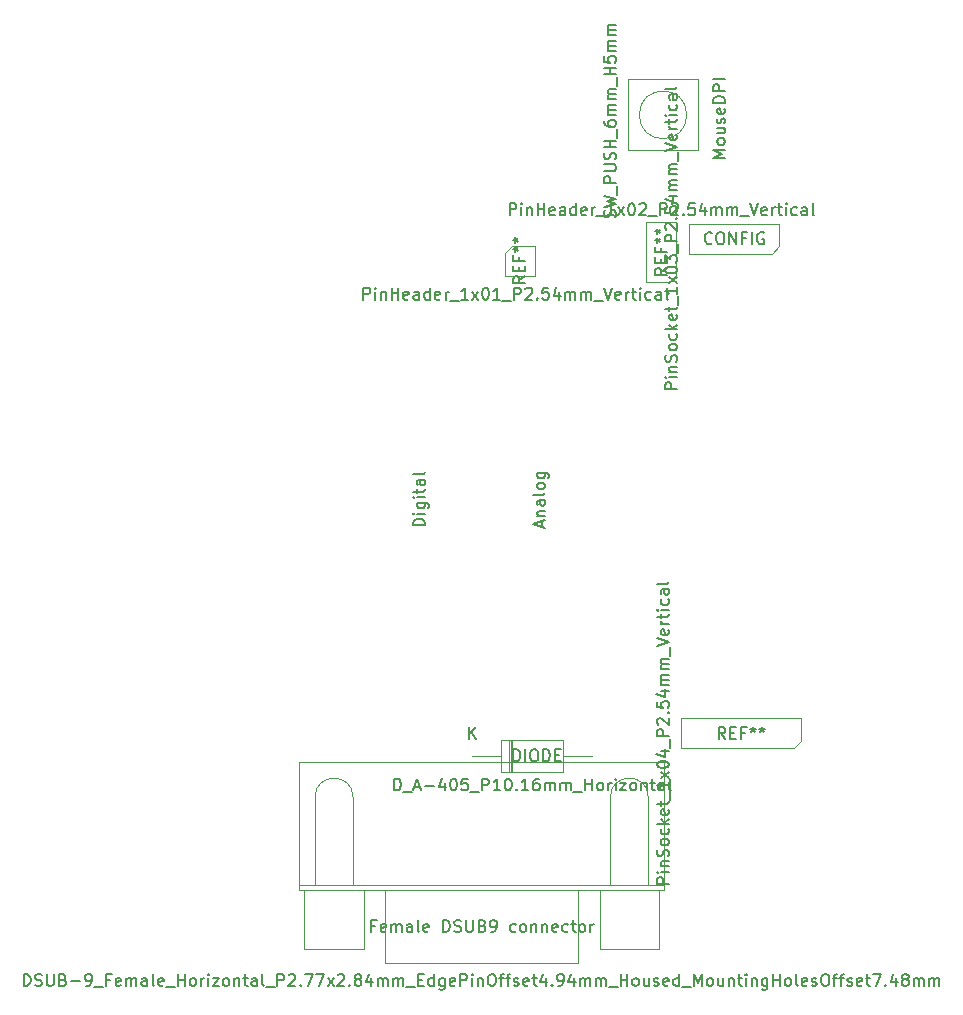
<source format=gbr>
%TF.GenerationSoftware,KiCad,Pcbnew,(6.0.2)*%
%TF.CreationDate,2024-03-24T18:16:07+01:00*%
%TF.ProjectId,amigaps2 revision1.105,616d6967-6170-4733-9220-726576697369,rev?*%
%TF.SameCoordinates,Original*%
%TF.FileFunction,AssemblyDrawing,Top*%
%FSLAX46Y46*%
G04 Gerber Fmt 4.6, Leading zero omitted, Abs format (unit mm)*
G04 Created by KiCad (PCBNEW (6.0.2)) date 2024-03-24 18:16:07*
%MOMM*%
%LPD*%
G01*
G04 APERTURE LIST*
%ADD10C,0.150000*%
%ADD11C,0.100000*%
G04 APERTURE END LIST*
D10*
%TO.C,P1*%
X142438380Y-93630476D02*
X141438380Y-93630476D01*
X141438380Y-93392380D01*
X141486000Y-93249523D01*
X141581238Y-93154285D01*
X141676476Y-93106666D01*
X141866952Y-93059047D01*
X142009809Y-93059047D01*
X142200285Y-93106666D01*
X142295523Y-93154285D01*
X142390761Y-93249523D01*
X142438380Y-93392380D01*
X142438380Y-93630476D01*
X142438380Y-92630476D02*
X141771714Y-92630476D01*
X141438380Y-92630476D02*
X141486000Y-92678095D01*
X141533619Y-92630476D01*
X141486000Y-92582857D01*
X141438380Y-92630476D01*
X141533619Y-92630476D01*
X141771714Y-91725714D02*
X142581238Y-91725714D01*
X142676476Y-91773333D01*
X142724095Y-91820952D01*
X142771714Y-91916190D01*
X142771714Y-92059047D01*
X142724095Y-92154285D01*
X142390761Y-91725714D02*
X142438380Y-91820952D01*
X142438380Y-92011428D01*
X142390761Y-92106666D01*
X142343142Y-92154285D01*
X142247904Y-92201904D01*
X141962190Y-92201904D01*
X141866952Y-92154285D01*
X141819333Y-92106666D01*
X141771714Y-92011428D01*
X141771714Y-91820952D01*
X141819333Y-91725714D01*
X142438380Y-91249523D02*
X141771714Y-91249523D01*
X141438380Y-91249523D02*
X141486000Y-91297142D01*
X141533619Y-91249523D01*
X141486000Y-91201904D01*
X141438380Y-91249523D01*
X141533619Y-91249523D01*
X141771714Y-90916190D02*
X141771714Y-90535238D01*
X141438380Y-90773333D02*
X142295523Y-90773333D01*
X142390761Y-90725714D01*
X142438380Y-90630476D01*
X142438380Y-90535238D01*
X142438380Y-89773333D02*
X141914571Y-89773333D01*
X141819333Y-89820952D01*
X141771714Y-89916190D01*
X141771714Y-90106666D01*
X141819333Y-90201904D01*
X142390761Y-89773333D02*
X142438380Y-89868571D01*
X142438380Y-90106666D01*
X142390761Y-90201904D01*
X142295523Y-90249523D01*
X142200285Y-90249523D01*
X142105047Y-90201904D01*
X142057428Y-90106666D01*
X142057428Y-89868571D01*
X142009809Y-89773333D01*
X142438380Y-89154285D02*
X142390761Y-89249523D01*
X142295523Y-89297142D01*
X141438380Y-89297142D01*
%TO.C,P2*%
X152312666Y-93749523D02*
X152312666Y-93273333D01*
X152598380Y-93844761D02*
X151598380Y-93511428D01*
X152598380Y-93178095D01*
X151931714Y-92844761D02*
X152598380Y-92844761D01*
X152026952Y-92844761D02*
X151979333Y-92797142D01*
X151931714Y-92701904D01*
X151931714Y-92559047D01*
X151979333Y-92463809D01*
X152074571Y-92416190D01*
X152598380Y-92416190D01*
X152598380Y-91511428D02*
X152074571Y-91511428D01*
X151979333Y-91559047D01*
X151931714Y-91654285D01*
X151931714Y-91844761D01*
X151979333Y-91940000D01*
X152550761Y-91511428D02*
X152598380Y-91606666D01*
X152598380Y-91844761D01*
X152550761Y-91940000D01*
X152455523Y-91987619D01*
X152360285Y-91987619D01*
X152265047Y-91940000D01*
X152217428Y-91844761D01*
X152217428Y-91606666D01*
X152169809Y-91511428D01*
X152598380Y-90892380D02*
X152550761Y-90987619D01*
X152455523Y-91035238D01*
X151598380Y-91035238D01*
X152598380Y-90368571D02*
X152550761Y-90463809D01*
X152503142Y-90511428D01*
X152407904Y-90559047D01*
X152122190Y-90559047D01*
X152026952Y-90511428D01*
X151979333Y-90463809D01*
X151931714Y-90368571D01*
X151931714Y-90225714D01*
X151979333Y-90130476D01*
X152026952Y-90082857D01*
X152122190Y-90035238D01*
X152407904Y-90035238D01*
X152503142Y-90082857D01*
X152550761Y-90130476D01*
X152598380Y-90225714D01*
X152598380Y-90368571D01*
X151931714Y-89178095D02*
X152741238Y-89178095D01*
X152836476Y-89225714D01*
X152884095Y-89273333D01*
X152931714Y-89368571D01*
X152931714Y-89511428D01*
X152884095Y-89606666D01*
X152550761Y-89178095D02*
X152598380Y-89273333D01*
X152598380Y-89463809D01*
X152550761Y-89559047D01*
X152503142Y-89606666D01*
X152407904Y-89654285D01*
X152122190Y-89654285D01*
X152026952Y-89606666D01*
X151979333Y-89559047D01*
X151931714Y-89463809D01*
X151931714Y-89273333D01*
X151979333Y-89178095D01*
%TO.C,REF\u002A\u002A*%
X149601257Y-67362780D02*
X149601257Y-66362780D01*
X149982209Y-66362780D01*
X150077447Y-66410400D01*
X150125066Y-66458019D01*
X150172685Y-66553257D01*
X150172685Y-66696114D01*
X150125066Y-66791352D01*
X150077447Y-66838971D01*
X149982209Y-66886590D01*
X149601257Y-66886590D01*
X150601257Y-67362780D02*
X150601257Y-66696114D01*
X150601257Y-66362780D02*
X150553638Y-66410400D01*
X150601257Y-66458019D01*
X150648876Y-66410400D01*
X150601257Y-66362780D01*
X150601257Y-66458019D01*
X151077447Y-66696114D02*
X151077447Y-67362780D01*
X151077447Y-66791352D02*
X151125066Y-66743733D01*
X151220304Y-66696114D01*
X151363161Y-66696114D01*
X151458400Y-66743733D01*
X151506019Y-66838971D01*
X151506019Y-67362780D01*
X151982209Y-67362780D02*
X151982209Y-66362780D01*
X151982209Y-66838971D02*
X152553638Y-66838971D01*
X152553638Y-67362780D02*
X152553638Y-66362780D01*
X153410780Y-67315161D02*
X153315542Y-67362780D01*
X153125066Y-67362780D01*
X153029828Y-67315161D01*
X152982209Y-67219923D01*
X152982209Y-66838971D01*
X153029828Y-66743733D01*
X153125066Y-66696114D01*
X153315542Y-66696114D01*
X153410780Y-66743733D01*
X153458400Y-66838971D01*
X153458400Y-66934209D01*
X152982209Y-67029447D01*
X154315542Y-67362780D02*
X154315542Y-66838971D01*
X154267923Y-66743733D01*
X154172685Y-66696114D01*
X153982209Y-66696114D01*
X153886971Y-66743733D01*
X154315542Y-67315161D02*
X154220304Y-67362780D01*
X153982209Y-67362780D01*
X153886971Y-67315161D01*
X153839352Y-67219923D01*
X153839352Y-67124685D01*
X153886971Y-67029447D01*
X153982209Y-66981828D01*
X154220304Y-66981828D01*
X154315542Y-66934209D01*
X155220304Y-67362780D02*
X155220304Y-66362780D01*
X155220304Y-67315161D02*
X155125066Y-67362780D01*
X154934590Y-67362780D01*
X154839352Y-67315161D01*
X154791733Y-67267542D01*
X154744114Y-67172304D01*
X154744114Y-66886590D01*
X154791733Y-66791352D01*
X154839352Y-66743733D01*
X154934590Y-66696114D01*
X155125066Y-66696114D01*
X155220304Y-66743733D01*
X156077447Y-67315161D02*
X155982209Y-67362780D01*
X155791733Y-67362780D01*
X155696495Y-67315161D01*
X155648876Y-67219923D01*
X155648876Y-66838971D01*
X155696495Y-66743733D01*
X155791733Y-66696114D01*
X155982209Y-66696114D01*
X156077447Y-66743733D01*
X156125066Y-66838971D01*
X156125066Y-66934209D01*
X155648876Y-67029447D01*
X156553638Y-67362780D02*
X156553638Y-66696114D01*
X156553638Y-66886590D02*
X156601257Y-66791352D01*
X156648876Y-66743733D01*
X156744114Y-66696114D01*
X156839352Y-66696114D01*
X156934590Y-67458019D02*
X157696495Y-67458019D01*
X158458400Y-67362780D02*
X157886971Y-67362780D01*
X158172685Y-67362780D02*
X158172685Y-66362780D01*
X158077447Y-66505638D01*
X157982209Y-66600876D01*
X157886971Y-66648495D01*
X158791733Y-67362780D02*
X159315542Y-66696114D01*
X158791733Y-66696114D02*
X159315542Y-67362780D01*
X159886971Y-66362780D02*
X159982209Y-66362780D01*
X160077447Y-66410400D01*
X160125066Y-66458019D01*
X160172685Y-66553257D01*
X160220304Y-66743733D01*
X160220304Y-66981828D01*
X160172685Y-67172304D01*
X160125066Y-67267542D01*
X160077447Y-67315161D01*
X159982209Y-67362780D01*
X159886971Y-67362780D01*
X159791733Y-67315161D01*
X159744114Y-67267542D01*
X159696495Y-67172304D01*
X159648876Y-66981828D01*
X159648876Y-66743733D01*
X159696495Y-66553257D01*
X159744114Y-66458019D01*
X159791733Y-66410400D01*
X159886971Y-66362780D01*
X160601257Y-66458019D02*
X160648876Y-66410400D01*
X160744114Y-66362780D01*
X160982209Y-66362780D01*
X161077447Y-66410400D01*
X161125066Y-66458019D01*
X161172685Y-66553257D01*
X161172685Y-66648495D01*
X161125066Y-66791352D01*
X160553638Y-67362780D01*
X161172685Y-67362780D01*
X161363161Y-67458019D02*
X162125066Y-67458019D01*
X162363161Y-67362780D02*
X162363161Y-66362780D01*
X162744114Y-66362780D01*
X162839352Y-66410400D01*
X162886971Y-66458019D01*
X162934590Y-66553257D01*
X162934590Y-66696114D01*
X162886971Y-66791352D01*
X162839352Y-66838971D01*
X162744114Y-66886590D01*
X162363161Y-66886590D01*
X163315542Y-66458019D02*
X163363161Y-66410400D01*
X163458400Y-66362780D01*
X163696495Y-66362780D01*
X163791733Y-66410400D01*
X163839352Y-66458019D01*
X163886971Y-66553257D01*
X163886971Y-66648495D01*
X163839352Y-66791352D01*
X163267923Y-67362780D01*
X163886971Y-67362780D01*
X164315542Y-67267542D02*
X164363161Y-67315161D01*
X164315542Y-67362780D01*
X164267923Y-67315161D01*
X164315542Y-67267542D01*
X164315542Y-67362780D01*
X165267923Y-66362780D02*
X164791733Y-66362780D01*
X164744114Y-66838971D01*
X164791733Y-66791352D01*
X164886971Y-66743733D01*
X165125066Y-66743733D01*
X165220304Y-66791352D01*
X165267923Y-66838971D01*
X165315542Y-66934209D01*
X165315542Y-67172304D01*
X165267923Y-67267542D01*
X165220304Y-67315161D01*
X165125066Y-67362780D01*
X164886971Y-67362780D01*
X164791733Y-67315161D01*
X164744114Y-67267542D01*
X166172685Y-66696114D02*
X166172685Y-67362780D01*
X165934590Y-66315161D02*
X165696495Y-67029447D01*
X166315542Y-67029447D01*
X166696495Y-67362780D02*
X166696495Y-66696114D01*
X166696495Y-66791352D02*
X166744114Y-66743733D01*
X166839352Y-66696114D01*
X166982209Y-66696114D01*
X167077447Y-66743733D01*
X167125066Y-66838971D01*
X167125066Y-67362780D01*
X167125066Y-66838971D02*
X167172685Y-66743733D01*
X167267923Y-66696114D01*
X167410780Y-66696114D01*
X167506019Y-66743733D01*
X167553638Y-66838971D01*
X167553638Y-67362780D01*
X168029828Y-67362780D02*
X168029828Y-66696114D01*
X168029828Y-66791352D02*
X168077447Y-66743733D01*
X168172685Y-66696114D01*
X168315542Y-66696114D01*
X168410780Y-66743733D01*
X168458400Y-66838971D01*
X168458400Y-67362780D01*
X168458400Y-66838971D02*
X168506019Y-66743733D01*
X168601257Y-66696114D01*
X168744114Y-66696114D01*
X168839352Y-66743733D01*
X168886971Y-66838971D01*
X168886971Y-67362780D01*
X169125066Y-67458019D02*
X169886971Y-67458019D01*
X169982209Y-66362780D02*
X170315542Y-67362780D01*
X170648876Y-66362780D01*
X171363161Y-67315161D02*
X171267923Y-67362780D01*
X171077447Y-67362780D01*
X170982209Y-67315161D01*
X170934590Y-67219923D01*
X170934590Y-66838971D01*
X170982209Y-66743733D01*
X171077447Y-66696114D01*
X171267923Y-66696114D01*
X171363161Y-66743733D01*
X171410780Y-66838971D01*
X171410780Y-66934209D01*
X170934590Y-67029447D01*
X171839352Y-67362780D02*
X171839352Y-66696114D01*
X171839352Y-66886590D02*
X171886971Y-66791352D01*
X171934590Y-66743733D01*
X172029828Y-66696114D01*
X172125066Y-66696114D01*
X172315542Y-66696114D02*
X172696495Y-66696114D01*
X172458400Y-66362780D02*
X172458400Y-67219923D01*
X172506019Y-67315161D01*
X172601257Y-67362780D01*
X172696495Y-67362780D01*
X173029828Y-67362780D02*
X173029828Y-66696114D01*
X173029828Y-66362780D02*
X172982209Y-66410400D01*
X173029828Y-66458019D01*
X173077447Y-66410400D01*
X173029828Y-66362780D01*
X173029828Y-66458019D01*
X173934590Y-67315161D02*
X173839352Y-67362780D01*
X173648876Y-67362780D01*
X173553638Y-67315161D01*
X173506019Y-67267542D01*
X173458400Y-67172304D01*
X173458400Y-66886590D01*
X173506019Y-66791352D01*
X173553638Y-66743733D01*
X173648876Y-66696114D01*
X173839352Y-66696114D01*
X173934590Y-66743733D01*
X174791733Y-67362780D02*
X174791733Y-66838971D01*
X174744114Y-66743733D01*
X174648876Y-66696114D01*
X174458400Y-66696114D01*
X174363161Y-66743733D01*
X174791733Y-67315161D02*
X174696495Y-67362780D01*
X174458400Y-67362780D01*
X174363161Y-67315161D01*
X174315542Y-67219923D01*
X174315542Y-67124685D01*
X174363161Y-67029447D01*
X174458400Y-66981828D01*
X174696495Y-66981828D01*
X174791733Y-66934209D01*
X175410780Y-67362780D02*
X175315542Y-67315161D01*
X175267923Y-67219923D01*
X175267923Y-66362780D01*
X162910780Y-71843733D02*
X162434590Y-72177066D01*
X162910780Y-72415161D02*
X161910780Y-72415161D01*
X161910780Y-72034209D01*
X161958400Y-71938971D01*
X162006019Y-71891352D01*
X162101257Y-71843733D01*
X162244114Y-71843733D01*
X162339352Y-71891352D01*
X162386971Y-71938971D01*
X162434590Y-72034209D01*
X162434590Y-72415161D01*
X162386971Y-71415161D02*
X162386971Y-71081828D01*
X162910780Y-70938971D02*
X162910780Y-71415161D01*
X161910780Y-71415161D01*
X161910780Y-70938971D01*
X162386971Y-70177066D02*
X162386971Y-70510400D01*
X162910780Y-70510400D02*
X161910780Y-70510400D01*
X161910780Y-70034209D01*
X161910780Y-69510400D02*
X162148876Y-69510400D01*
X162053638Y-69748495D02*
X162148876Y-69510400D01*
X162053638Y-69272304D01*
X162339352Y-69653257D02*
X162148876Y-69510400D01*
X162339352Y-69367542D01*
X161910780Y-68748495D02*
X162148876Y-68748495D01*
X162053638Y-68986590D02*
X162148876Y-68748495D01*
X162053638Y-68510400D01*
X162339352Y-68891352D02*
X162148876Y-68748495D01*
X162339352Y-68605638D01*
%TO.C,CONFIG*%
X163783380Y-82105095D02*
X162783380Y-82105095D01*
X162783380Y-81724142D01*
X162831000Y-81628904D01*
X162878619Y-81581285D01*
X162973857Y-81533666D01*
X163116714Y-81533666D01*
X163211952Y-81581285D01*
X163259571Y-81628904D01*
X163307190Y-81724142D01*
X163307190Y-82105095D01*
X163783380Y-81105095D02*
X163116714Y-81105095D01*
X162783380Y-81105095D02*
X162831000Y-81152714D01*
X162878619Y-81105095D01*
X162831000Y-81057476D01*
X162783380Y-81105095D01*
X162878619Y-81105095D01*
X163116714Y-80628904D02*
X163783380Y-80628904D01*
X163211952Y-80628904D02*
X163164333Y-80581285D01*
X163116714Y-80486047D01*
X163116714Y-80343190D01*
X163164333Y-80247952D01*
X163259571Y-80200333D01*
X163783380Y-80200333D01*
X163735761Y-79771761D02*
X163783380Y-79628904D01*
X163783380Y-79390809D01*
X163735761Y-79295571D01*
X163688142Y-79247952D01*
X163592904Y-79200333D01*
X163497666Y-79200333D01*
X163402428Y-79247952D01*
X163354809Y-79295571D01*
X163307190Y-79390809D01*
X163259571Y-79581285D01*
X163211952Y-79676523D01*
X163164333Y-79724142D01*
X163069095Y-79771761D01*
X162973857Y-79771761D01*
X162878619Y-79724142D01*
X162831000Y-79676523D01*
X162783380Y-79581285D01*
X162783380Y-79343190D01*
X162831000Y-79200333D01*
X163783380Y-78628904D02*
X163735761Y-78724142D01*
X163688142Y-78771761D01*
X163592904Y-78819380D01*
X163307190Y-78819380D01*
X163211952Y-78771761D01*
X163164333Y-78724142D01*
X163116714Y-78628904D01*
X163116714Y-78486047D01*
X163164333Y-78390809D01*
X163211952Y-78343190D01*
X163307190Y-78295571D01*
X163592904Y-78295571D01*
X163688142Y-78343190D01*
X163735761Y-78390809D01*
X163783380Y-78486047D01*
X163783380Y-78628904D01*
X163735761Y-77438428D02*
X163783380Y-77533666D01*
X163783380Y-77724142D01*
X163735761Y-77819380D01*
X163688142Y-77867000D01*
X163592904Y-77914619D01*
X163307190Y-77914619D01*
X163211952Y-77867000D01*
X163164333Y-77819380D01*
X163116714Y-77724142D01*
X163116714Y-77533666D01*
X163164333Y-77438428D01*
X163783380Y-77009857D02*
X162783380Y-77009857D01*
X163402428Y-76914619D02*
X163783380Y-76628904D01*
X163116714Y-76628904D02*
X163497666Y-77009857D01*
X163735761Y-75819380D02*
X163783380Y-75914619D01*
X163783380Y-76105095D01*
X163735761Y-76200333D01*
X163640523Y-76247952D01*
X163259571Y-76247952D01*
X163164333Y-76200333D01*
X163116714Y-76105095D01*
X163116714Y-75914619D01*
X163164333Y-75819380D01*
X163259571Y-75771761D01*
X163354809Y-75771761D01*
X163450047Y-76247952D01*
X163116714Y-75486047D02*
X163116714Y-75105095D01*
X162783380Y-75343190D02*
X163640523Y-75343190D01*
X163735761Y-75295571D01*
X163783380Y-75200333D01*
X163783380Y-75105095D01*
X163878619Y-75009857D02*
X163878619Y-74247952D01*
X163783380Y-73486047D02*
X163783380Y-74057476D01*
X163783380Y-73771761D02*
X162783380Y-73771761D01*
X162926238Y-73867000D01*
X163021476Y-73962238D01*
X163069095Y-74057476D01*
X163783380Y-73152714D02*
X163116714Y-72628904D01*
X163116714Y-73152714D02*
X163783380Y-72628904D01*
X162783380Y-72057476D02*
X162783380Y-71962238D01*
X162831000Y-71867000D01*
X162878619Y-71819380D01*
X162973857Y-71771761D01*
X163164333Y-71724142D01*
X163402428Y-71724142D01*
X163592904Y-71771761D01*
X163688142Y-71819380D01*
X163735761Y-71867000D01*
X163783380Y-71962238D01*
X163783380Y-72057476D01*
X163735761Y-72152714D01*
X163688142Y-72200333D01*
X163592904Y-72247952D01*
X163402428Y-72295571D01*
X163164333Y-72295571D01*
X162973857Y-72247952D01*
X162878619Y-72200333D01*
X162831000Y-72152714D01*
X162783380Y-72057476D01*
X162783380Y-71390809D02*
X162783380Y-70771761D01*
X163164333Y-71105095D01*
X163164333Y-70962238D01*
X163211952Y-70867000D01*
X163259571Y-70819380D01*
X163354809Y-70771761D01*
X163592904Y-70771761D01*
X163688142Y-70819380D01*
X163735761Y-70867000D01*
X163783380Y-70962238D01*
X163783380Y-71247952D01*
X163735761Y-71343190D01*
X163688142Y-71390809D01*
X163878619Y-70581285D02*
X163878619Y-69819380D01*
X163783380Y-69581285D02*
X162783380Y-69581285D01*
X162783380Y-69200333D01*
X162831000Y-69105095D01*
X162878619Y-69057476D01*
X162973857Y-69009857D01*
X163116714Y-69009857D01*
X163211952Y-69057476D01*
X163259571Y-69105095D01*
X163307190Y-69200333D01*
X163307190Y-69581285D01*
X162878619Y-68628904D02*
X162831000Y-68581285D01*
X162783380Y-68486047D01*
X162783380Y-68247952D01*
X162831000Y-68152714D01*
X162878619Y-68105095D01*
X162973857Y-68057476D01*
X163069095Y-68057476D01*
X163211952Y-68105095D01*
X163783380Y-68676523D01*
X163783380Y-68057476D01*
X163688142Y-67628904D02*
X163735761Y-67581285D01*
X163783380Y-67628904D01*
X163735761Y-67676523D01*
X163688142Y-67628904D01*
X163783380Y-67628904D01*
X162783380Y-66676523D02*
X162783380Y-67152714D01*
X163259571Y-67200333D01*
X163211952Y-67152714D01*
X163164333Y-67057476D01*
X163164333Y-66819380D01*
X163211952Y-66724142D01*
X163259571Y-66676523D01*
X163354809Y-66628904D01*
X163592904Y-66628904D01*
X163688142Y-66676523D01*
X163735761Y-66724142D01*
X163783380Y-66819380D01*
X163783380Y-67057476D01*
X163735761Y-67152714D01*
X163688142Y-67200333D01*
X163116714Y-65771761D02*
X163783380Y-65771761D01*
X162735761Y-66009857D02*
X163450047Y-66247952D01*
X163450047Y-65628904D01*
X163783380Y-65247952D02*
X163116714Y-65247952D01*
X163211952Y-65247952D02*
X163164333Y-65200333D01*
X163116714Y-65105095D01*
X163116714Y-64962238D01*
X163164333Y-64867000D01*
X163259571Y-64819380D01*
X163783380Y-64819380D01*
X163259571Y-64819380D02*
X163164333Y-64771761D01*
X163116714Y-64676523D01*
X163116714Y-64533666D01*
X163164333Y-64438428D01*
X163259571Y-64390809D01*
X163783380Y-64390809D01*
X163783380Y-63914619D02*
X163116714Y-63914619D01*
X163211952Y-63914619D02*
X163164333Y-63867000D01*
X163116714Y-63771761D01*
X163116714Y-63628904D01*
X163164333Y-63533666D01*
X163259571Y-63486047D01*
X163783380Y-63486047D01*
X163259571Y-63486047D02*
X163164333Y-63438428D01*
X163116714Y-63343190D01*
X163116714Y-63200333D01*
X163164333Y-63105095D01*
X163259571Y-63057476D01*
X163783380Y-63057476D01*
X163878619Y-62819380D02*
X163878619Y-62057476D01*
X162783380Y-61962238D02*
X163783380Y-61628904D01*
X162783380Y-61295571D01*
X163735761Y-60581285D02*
X163783380Y-60676523D01*
X163783380Y-60867000D01*
X163735761Y-60962238D01*
X163640523Y-61009857D01*
X163259571Y-61009857D01*
X163164333Y-60962238D01*
X163116714Y-60867000D01*
X163116714Y-60676523D01*
X163164333Y-60581285D01*
X163259571Y-60533666D01*
X163354809Y-60533666D01*
X163450047Y-61009857D01*
X163783380Y-60105095D02*
X163116714Y-60105095D01*
X163307190Y-60105095D02*
X163211952Y-60057476D01*
X163164333Y-60009857D01*
X163116714Y-59914619D01*
X163116714Y-59819380D01*
X163116714Y-59628904D02*
X163116714Y-59247952D01*
X162783380Y-59486047D02*
X163640523Y-59486047D01*
X163735761Y-59438428D01*
X163783380Y-59343190D01*
X163783380Y-59247952D01*
X163783380Y-58914619D02*
X163116714Y-58914619D01*
X162783380Y-58914619D02*
X162831000Y-58962238D01*
X162878619Y-58914619D01*
X162831000Y-58867000D01*
X162783380Y-58914619D01*
X162878619Y-58914619D01*
X163735761Y-58009857D02*
X163783380Y-58105095D01*
X163783380Y-58295571D01*
X163735761Y-58390809D01*
X163688142Y-58438428D01*
X163592904Y-58486047D01*
X163307190Y-58486047D01*
X163211952Y-58438428D01*
X163164333Y-58390809D01*
X163116714Y-58295571D01*
X163116714Y-58105095D01*
X163164333Y-58009857D01*
X163783380Y-57152714D02*
X163259571Y-57152714D01*
X163164333Y-57200333D01*
X163116714Y-57295571D01*
X163116714Y-57486047D01*
X163164333Y-57581285D01*
X163735761Y-57152714D02*
X163783380Y-57247952D01*
X163783380Y-57486047D01*
X163735761Y-57581285D01*
X163640523Y-57628904D01*
X163545285Y-57628904D01*
X163450047Y-57581285D01*
X163402428Y-57486047D01*
X163402428Y-57247952D01*
X163354809Y-57152714D01*
X163783380Y-56533666D02*
X163735761Y-56628904D01*
X163640523Y-56676523D01*
X162783380Y-56676523D01*
X166736238Y-69724142D02*
X166688619Y-69771761D01*
X166545761Y-69819380D01*
X166450523Y-69819380D01*
X166307666Y-69771761D01*
X166212428Y-69676523D01*
X166164809Y-69581285D01*
X166117190Y-69390809D01*
X166117190Y-69247952D01*
X166164809Y-69057476D01*
X166212428Y-68962238D01*
X166307666Y-68867000D01*
X166450523Y-68819380D01*
X166545761Y-68819380D01*
X166688619Y-68867000D01*
X166736238Y-68914619D01*
X167355285Y-68819380D02*
X167545761Y-68819380D01*
X167641000Y-68867000D01*
X167736238Y-68962238D01*
X167783857Y-69152714D01*
X167783857Y-69486047D01*
X167736238Y-69676523D01*
X167641000Y-69771761D01*
X167545761Y-69819380D01*
X167355285Y-69819380D01*
X167260047Y-69771761D01*
X167164809Y-69676523D01*
X167117190Y-69486047D01*
X167117190Y-69152714D01*
X167164809Y-68962238D01*
X167260047Y-68867000D01*
X167355285Y-68819380D01*
X168212428Y-69819380D02*
X168212428Y-68819380D01*
X168783857Y-69819380D01*
X168783857Y-68819380D01*
X169593380Y-69295571D02*
X169260047Y-69295571D01*
X169260047Y-69819380D02*
X169260047Y-68819380D01*
X169736238Y-68819380D01*
X170117190Y-69819380D02*
X170117190Y-68819380D01*
X171117190Y-68867000D02*
X171021952Y-68819380D01*
X170879095Y-68819380D01*
X170736238Y-68867000D01*
X170641000Y-68962238D01*
X170593380Y-69057476D01*
X170545761Y-69247952D01*
X170545761Y-69390809D01*
X170593380Y-69581285D01*
X170641000Y-69676523D01*
X170736238Y-69771761D01*
X170879095Y-69819380D01*
X170974333Y-69819380D01*
X171117190Y-69771761D01*
X171164809Y-69724142D01*
X171164809Y-69390809D01*
X170974333Y-69390809D01*
%TO.C,Female DSUB9 connector*%
X108479095Y-132634380D02*
X108479095Y-131634380D01*
X108717190Y-131634380D01*
X108860047Y-131682000D01*
X108955285Y-131777238D01*
X109002904Y-131872476D01*
X109050523Y-132062952D01*
X109050523Y-132205809D01*
X109002904Y-132396285D01*
X108955285Y-132491523D01*
X108860047Y-132586761D01*
X108717190Y-132634380D01*
X108479095Y-132634380D01*
X109431476Y-132586761D02*
X109574333Y-132634380D01*
X109812428Y-132634380D01*
X109907666Y-132586761D01*
X109955285Y-132539142D01*
X110002904Y-132443904D01*
X110002904Y-132348666D01*
X109955285Y-132253428D01*
X109907666Y-132205809D01*
X109812428Y-132158190D01*
X109621952Y-132110571D01*
X109526714Y-132062952D01*
X109479095Y-132015333D01*
X109431476Y-131920095D01*
X109431476Y-131824857D01*
X109479095Y-131729619D01*
X109526714Y-131682000D01*
X109621952Y-131634380D01*
X109860047Y-131634380D01*
X110002904Y-131682000D01*
X110431476Y-131634380D02*
X110431476Y-132443904D01*
X110479095Y-132539142D01*
X110526714Y-132586761D01*
X110621952Y-132634380D01*
X110812428Y-132634380D01*
X110907666Y-132586761D01*
X110955285Y-132539142D01*
X111002904Y-132443904D01*
X111002904Y-131634380D01*
X111812428Y-132110571D02*
X111955285Y-132158190D01*
X112002904Y-132205809D01*
X112050523Y-132301047D01*
X112050523Y-132443904D01*
X112002904Y-132539142D01*
X111955285Y-132586761D01*
X111860047Y-132634380D01*
X111479095Y-132634380D01*
X111479095Y-131634380D01*
X111812428Y-131634380D01*
X111907666Y-131682000D01*
X111955285Y-131729619D01*
X112002904Y-131824857D01*
X112002904Y-131920095D01*
X111955285Y-132015333D01*
X111907666Y-132062952D01*
X111812428Y-132110571D01*
X111479095Y-132110571D01*
X112479095Y-132253428D02*
X113241000Y-132253428D01*
X113764809Y-132634380D02*
X113955285Y-132634380D01*
X114050523Y-132586761D01*
X114098142Y-132539142D01*
X114193380Y-132396285D01*
X114241000Y-132205809D01*
X114241000Y-131824857D01*
X114193380Y-131729619D01*
X114145761Y-131682000D01*
X114050523Y-131634380D01*
X113860047Y-131634380D01*
X113764809Y-131682000D01*
X113717190Y-131729619D01*
X113669571Y-131824857D01*
X113669571Y-132062952D01*
X113717190Y-132158190D01*
X113764809Y-132205809D01*
X113860047Y-132253428D01*
X114050523Y-132253428D01*
X114145761Y-132205809D01*
X114193380Y-132158190D01*
X114241000Y-132062952D01*
X114431476Y-132729619D02*
X115193380Y-132729619D01*
X115764809Y-132110571D02*
X115431476Y-132110571D01*
X115431476Y-132634380D02*
X115431476Y-131634380D01*
X115907666Y-131634380D01*
X116669571Y-132586761D02*
X116574333Y-132634380D01*
X116383857Y-132634380D01*
X116288619Y-132586761D01*
X116241000Y-132491523D01*
X116241000Y-132110571D01*
X116288619Y-132015333D01*
X116383857Y-131967714D01*
X116574333Y-131967714D01*
X116669571Y-132015333D01*
X116717190Y-132110571D01*
X116717190Y-132205809D01*
X116241000Y-132301047D01*
X117145761Y-132634380D02*
X117145761Y-131967714D01*
X117145761Y-132062952D02*
X117193380Y-132015333D01*
X117288619Y-131967714D01*
X117431476Y-131967714D01*
X117526714Y-132015333D01*
X117574333Y-132110571D01*
X117574333Y-132634380D01*
X117574333Y-132110571D02*
X117621952Y-132015333D01*
X117717190Y-131967714D01*
X117860047Y-131967714D01*
X117955285Y-132015333D01*
X118002904Y-132110571D01*
X118002904Y-132634380D01*
X118907666Y-132634380D02*
X118907666Y-132110571D01*
X118860047Y-132015333D01*
X118764809Y-131967714D01*
X118574333Y-131967714D01*
X118479095Y-132015333D01*
X118907666Y-132586761D02*
X118812428Y-132634380D01*
X118574333Y-132634380D01*
X118479095Y-132586761D01*
X118431476Y-132491523D01*
X118431476Y-132396285D01*
X118479095Y-132301047D01*
X118574333Y-132253428D01*
X118812428Y-132253428D01*
X118907666Y-132205809D01*
X119526714Y-132634380D02*
X119431476Y-132586761D01*
X119383857Y-132491523D01*
X119383857Y-131634380D01*
X120288619Y-132586761D02*
X120193380Y-132634380D01*
X120002904Y-132634380D01*
X119907666Y-132586761D01*
X119860047Y-132491523D01*
X119860047Y-132110571D01*
X119907666Y-132015333D01*
X120002904Y-131967714D01*
X120193380Y-131967714D01*
X120288619Y-132015333D01*
X120336238Y-132110571D01*
X120336238Y-132205809D01*
X119860047Y-132301047D01*
X120526714Y-132729619D02*
X121288619Y-132729619D01*
X121526714Y-132634380D02*
X121526714Y-131634380D01*
X121526714Y-132110571D02*
X122098142Y-132110571D01*
X122098142Y-132634380D02*
X122098142Y-131634380D01*
X122717190Y-132634380D02*
X122621952Y-132586761D01*
X122574333Y-132539142D01*
X122526714Y-132443904D01*
X122526714Y-132158190D01*
X122574333Y-132062952D01*
X122621952Y-132015333D01*
X122717190Y-131967714D01*
X122860047Y-131967714D01*
X122955285Y-132015333D01*
X123002904Y-132062952D01*
X123050523Y-132158190D01*
X123050523Y-132443904D01*
X123002904Y-132539142D01*
X122955285Y-132586761D01*
X122860047Y-132634380D01*
X122717190Y-132634380D01*
X123479095Y-132634380D02*
X123479095Y-131967714D01*
X123479095Y-132158190D02*
X123526714Y-132062952D01*
X123574333Y-132015333D01*
X123669571Y-131967714D01*
X123764809Y-131967714D01*
X124098142Y-132634380D02*
X124098142Y-131967714D01*
X124098142Y-131634380D02*
X124050523Y-131682000D01*
X124098142Y-131729619D01*
X124145761Y-131682000D01*
X124098142Y-131634380D01*
X124098142Y-131729619D01*
X124479095Y-131967714D02*
X125002904Y-131967714D01*
X124479095Y-132634380D01*
X125002904Y-132634380D01*
X125526714Y-132634380D02*
X125431476Y-132586761D01*
X125383857Y-132539142D01*
X125336238Y-132443904D01*
X125336238Y-132158190D01*
X125383857Y-132062952D01*
X125431476Y-132015333D01*
X125526714Y-131967714D01*
X125669571Y-131967714D01*
X125764809Y-132015333D01*
X125812428Y-132062952D01*
X125860047Y-132158190D01*
X125860047Y-132443904D01*
X125812428Y-132539142D01*
X125764809Y-132586761D01*
X125669571Y-132634380D01*
X125526714Y-132634380D01*
X126288619Y-131967714D02*
X126288619Y-132634380D01*
X126288619Y-132062952D02*
X126336238Y-132015333D01*
X126431476Y-131967714D01*
X126574333Y-131967714D01*
X126669571Y-132015333D01*
X126717190Y-132110571D01*
X126717190Y-132634380D01*
X127050523Y-131967714D02*
X127431476Y-131967714D01*
X127193380Y-131634380D02*
X127193380Y-132491523D01*
X127241000Y-132586761D01*
X127336238Y-132634380D01*
X127431476Y-132634380D01*
X128193380Y-132634380D02*
X128193380Y-132110571D01*
X128145761Y-132015333D01*
X128050523Y-131967714D01*
X127860047Y-131967714D01*
X127764809Y-132015333D01*
X128193380Y-132586761D02*
X128098142Y-132634380D01*
X127860047Y-132634380D01*
X127764809Y-132586761D01*
X127717190Y-132491523D01*
X127717190Y-132396285D01*
X127764809Y-132301047D01*
X127860047Y-132253428D01*
X128098142Y-132253428D01*
X128193380Y-132205809D01*
X128812428Y-132634380D02*
X128717190Y-132586761D01*
X128669571Y-132491523D01*
X128669571Y-131634380D01*
X128955285Y-132729619D02*
X129717190Y-132729619D01*
X129955285Y-132634380D02*
X129955285Y-131634380D01*
X130336238Y-131634380D01*
X130431476Y-131682000D01*
X130479095Y-131729619D01*
X130526714Y-131824857D01*
X130526714Y-131967714D01*
X130479095Y-132062952D01*
X130431476Y-132110571D01*
X130336238Y-132158190D01*
X129955285Y-132158190D01*
X130907666Y-131729619D02*
X130955285Y-131682000D01*
X131050523Y-131634380D01*
X131288619Y-131634380D01*
X131383857Y-131682000D01*
X131431476Y-131729619D01*
X131479095Y-131824857D01*
X131479095Y-131920095D01*
X131431476Y-132062952D01*
X130860047Y-132634380D01*
X131479095Y-132634380D01*
X131907666Y-132539142D02*
X131955285Y-132586761D01*
X131907666Y-132634380D01*
X131860047Y-132586761D01*
X131907666Y-132539142D01*
X131907666Y-132634380D01*
X132288619Y-131634380D02*
X132955285Y-131634380D01*
X132526714Y-132634380D01*
X133241000Y-131634380D02*
X133907666Y-131634380D01*
X133479095Y-132634380D01*
X134193380Y-132634380D02*
X134717190Y-131967714D01*
X134193380Y-131967714D02*
X134717190Y-132634380D01*
X135050523Y-131729619D02*
X135098142Y-131682000D01*
X135193380Y-131634380D01*
X135431476Y-131634380D01*
X135526714Y-131682000D01*
X135574333Y-131729619D01*
X135621952Y-131824857D01*
X135621952Y-131920095D01*
X135574333Y-132062952D01*
X135002904Y-132634380D01*
X135621952Y-132634380D01*
X136050523Y-132539142D02*
X136098142Y-132586761D01*
X136050523Y-132634380D01*
X136002904Y-132586761D01*
X136050523Y-132539142D01*
X136050523Y-132634380D01*
X136669571Y-132062952D02*
X136574333Y-132015333D01*
X136526714Y-131967714D01*
X136479095Y-131872476D01*
X136479095Y-131824857D01*
X136526714Y-131729619D01*
X136574333Y-131682000D01*
X136669571Y-131634380D01*
X136860047Y-131634380D01*
X136955285Y-131682000D01*
X137002904Y-131729619D01*
X137050523Y-131824857D01*
X137050523Y-131872476D01*
X137002904Y-131967714D01*
X136955285Y-132015333D01*
X136860047Y-132062952D01*
X136669571Y-132062952D01*
X136574333Y-132110571D01*
X136526714Y-132158190D01*
X136479095Y-132253428D01*
X136479095Y-132443904D01*
X136526714Y-132539142D01*
X136574333Y-132586761D01*
X136669571Y-132634380D01*
X136860047Y-132634380D01*
X136955285Y-132586761D01*
X137002904Y-132539142D01*
X137050523Y-132443904D01*
X137050523Y-132253428D01*
X137002904Y-132158190D01*
X136955285Y-132110571D01*
X136860047Y-132062952D01*
X137907666Y-131967714D02*
X137907666Y-132634380D01*
X137669571Y-131586761D02*
X137431476Y-132301047D01*
X138050523Y-132301047D01*
X138431476Y-132634380D02*
X138431476Y-131967714D01*
X138431476Y-132062952D02*
X138479095Y-132015333D01*
X138574333Y-131967714D01*
X138717190Y-131967714D01*
X138812428Y-132015333D01*
X138860047Y-132110571D01*
X138860047Y-132634380D01*
X138860047Y-132110571D02*
X138907666Y-132015333D01*
X139002904Y-131967714D01*
X139145761Y-131967714D01*
X139241000Y-132015333D01*
X139288619Y-132110571D01*
X139288619Y-132634380D01*
X139764809Y-132634380D02*
X139764809Y-131967714D01*
X139764809Y-132062952D02*
X139812428Y-132015333D01*
X139907666Y-131967714D01*
X140050523Y-131967714D01*
X140145761Y-132015333D01*
X140193380Y-132110571D01*
X140193380Y-132634380D01*
X140193380Y-132110571D02*
X140241000Y-132015333D01*
X140336238Y-131967714D01*
X140479095Y-131967714D01*
X140574333Y-132015333D01*
X140621952Y-132110571D01*
X140621952Y-132634380D01*
X140860047Y-132729619D02*
X141621952Y-132729619D01*
X141860047Y-132110571D02*
X142193380Y-132110571D01*
X142336238Y-132634380D02*
X141860047Y-132634380D01*
X141860047Y-131634380D01*
X142336238Y-131634380D01*
X143193380Y-132634380D02*
X143193380Y-131634380D01*
X143193380Y-132586761D02*
X143098142Y-132634380D01*
X142907666Y-132634380D01*
X142812428Y-132586761D01*
X142764809Y-132539142D01*
X142717190Y-132443904D01*
X142717190Y-132158190D01*
X142764809Y-132062952D01*
X142812428Y-132015333D01*
X142907666Y-131967714D01*
X143098142Y-131967714D01*
X143193380Y-132015333D01*
X144098142Y-131967714D02*
X144098142Y-132777238D01*
X144050523Y-132872476D01*
X144002904Y-132920095D01*
X143907666Y-132967714D01*
X143764809Y-132967714D01*
X143669571Y-132920095D01*
X144098142Y-132586761D02*
X144002904Y-132634380D01*
X143812428Y-132634380D01*
X143717190Y-132586761D01*
X143669571Y-132539142D01*
X143621952Y-132443904D01*
X143621952Y-132158190D01*
X143669571Y-132062952D01*
X143717190Y-132015333D01*
X143812428Y-131967714D01*
X144002904Y-131967714D01*
X144098142Y-132015333D01*
X144955285Y-132586761D02*
X144860047Y-132634380D01*
X144669571Y-132634380D01*
X144574333Y-132586761D01*
X144526714Y-132491523D01*
X144526714Y-132110571D01*
X144574333Y-132015333D01*
X144669571Y-131967714D01*
X144860047Y-131967714D01*
X144955285Y-132015333D01*
X145002904Y-132110571D01*
X145002904Y-132205809D01*
X144526714Y-132301047D01*
X145431476Y-132634380D02*
X145431476Y-131634380D01*
X145812428Y-131634380D01*
X145907666Y-131682000D01*
X145955285Y-131729619D01*
X146002904Y-131824857D01*
X146002904Y-131967714D01*
X145955285Y-132062952D01*
X145907666Y-132110571D01*
X145812428Y-132158190D01*
X145431476Y-132158190D01*
X146431476Y-132634380D02*
X146431476Y-131967714D01*
X146431476Y-131634380D02*
X146383857Y-131682000D01*
X146431476Y-131729619D01*
X146479095Y-131682000D01*
X146431476Y-131634380D01*
X146431476Y-131729619D01*
X146907666Y-131967714D02*
X146907666Y-132634380D01*
X146907666Y-132062952D02*
X146955285Y-132015333D01*
X147050523Y-131967714D01*
X147193380Y-131967714D01*
X147288619Y-132015333D01*
X147336238Y-132110571D01*
X147336238Y-132634380D01*
X148002904Y-131634380D02*
X148193380Y-131634380D01*
X148288619Y-131682000D01*
X148383857Y-131777238D01*
X148431476Y-131967714D01*
X148431476Y-132301047D01*
X148383857Y-132491523D01*
X148288619Y-132586761D01*
X148193380Y-132634380D01*
X148002904Y-132634380D01*
X147907666Y-132586761D01*
X147812428Y-132491523D01*
X147764809Y-132301047D01*
X147764809Y-131967714D01*
X147812428Y-131777238D01*
X147907666Y-131682000D01*
X148002904Y-131634380D01*
X148717190Y-131967714D02*
X149098142Y-131967714D01*
X148860047Y-132634380D02*
X148860047Y-131777238D01*
X148907666Y-131682000D01*
X149002904Y-131634380D01*
X149098142Y-131634380D01*
X149288619Y-131967714D02*
X149669571Y-131967714D01*
X149431476Y-132634380D02*
X149431476Y-131777238D01*
X149479095Y-131682000D01*
X149574333Y-131634380D01*
X149669571Y-131634380D01*
X149955285Y-132586761D02*
X150050523Y-132634380D01*
X150241000Y-132634380D01*
X150336238Y-132586761D01*
X150383857Y-132491523D01*
X150383857Y-132443904D01*
X150336238Y-132348666D01*
X150241000Y-132301047D01*
X150098142Y-132301047D01*
X150002904Y-132253428D01*
X149955285Y-132158190D01*
X149955285Y-132110571D01*
X150002904Y-132015333D01*
X150098142Y-131967714D01*
X150241000Y-131967714D01*
X150336238Y-132015333D01*
X151193380Y-132586761D02*
X151098142Y-132634380D01*
X150907666Y-132634380D01*
X150812428Y-132586761D01*
X150764809Y-132491523D01*
X150764809Y-132110571D01*
X150812428Y-132015333D01*
X150907666Y-131967714D01*
X151098142Y-131967714D01*
X151193380Y-132015333D01*
X151241000Y-132110571D01*
X151241000Y-132205809D01*
X150764809Y-132301047D01*
X151526714Y-131967714D02*
X151907666Y-131967714D01*
X151669571Y-131634380D02*
X151669571Y-132491523D01*
X151717190Y-132586761D01*
X151812428Y-132634380D01*
X151907666Y-132634380D01*
X152669571Y-131967714D02*
X152669571Y-132634380D01*
X152431476Y-131586761D02*
X152193380Y-132301047D01*
X152812428Y-132301047D01*
X153193380Y-132539142D02*
X153241000Y-132586761D01*
X153193380Y-132634380D01*
X153145761Y-132586761D01*
X153193380Y-132539142D01*
X153193380Y-132634380D01*
X153717190Y-132634380D02*
X153907666Y-132634380D01*
X154002904Y-132586761D01*
X154050523Y-132539142D01*
X154145761Y-132396285D01*
X154193380Y-132205809D01*
X154193380Y-131824857D01*
X154145761Y-131729619D01*
X154098142Y-131682000D01*
X154002904Y-131634380D01*
X153812428Y-131634380D01*
X153717190Y-131682000D01*
X153669571Y-131729619D01*
X153621952Y-131824857D01*
X153621952Y-132062952D01*
X153669571Y-132158190D01*
X153717190Y-132205809D01*
X153812428Y-132253428D01*
X154002904Y-132253428D01*
X154098142Y-132205809D01*
X154145761Y-132158190D01*
X154193380Y-132062952D01*
X155050523Y-131967714D02*
X155050523Y-132634380D01*
X154812428Y-131586761D02*
X154574333Y-132301047D01*
X155193380Y-132301047D01*
X155574333Y-132634380D02*
X155574333Y-131967714D01*
X155574333Y-132062952D02*
X155621952Y-132015333D01*
X155717190Y-131967714D01*
X155860047Y-131967714D01*
X155955285Y-132015333D01*
X156002904Y-132110571D01*
X156002904Y-132634380D01*
X156002904Y-132110571D02*
X156050523Y-132015333D01*
X156145761Y-131967714D01*
X156288619Y-131967714D01*
X156383857Y-132015333D01*
X156431476Y-132110571D01*
X156431476Y-132634380D01*
X156907666Y-132634380D02*
X156907666Y-131967714D01*
X156907666Y-132062952D02*
X156955285Y-132015333D01*
X157050523Y-131967714D01*
X157193380Y-131967714D01*
X157288619Y-132015333D01*
X157336238Y-132110571D01*
X157336238Y-132634380D01*
X157336238Y-132110571D02*
X157383857Y-132015333D01*
X157479095Y-131967714D01*
X157621952Y-131967714D01*
X157717190Y-132015333D01*
X157764809Y-132110571D01*
X157764809Y-132634380D01*
X158002904Y-132729619D02*
X158764809Y-132729619D01*
X159002904Y-132634380D02*
X159002904Y-131634380D01*
X159002904Y-132110571D02*
X159574333Y-132110571D01*
X159574333Y-132634380D02*
X159574333Y-131634380D01*
X160193380Y-132634380D02*
X160098142Y-132586761D01*
X160050523Y-132539142D01*
X160002904Y-132443904D01*
X160002904Y-132158190D01*
X160050523Y-132062952D01*
X160098142Y-132015333D01*
X160193380Y-131967714D01*
X160336238Y-131967714D01*
X160431476Y-132015333D01*
X160479095Y-132062952D01*
X160526714Y-132158190D01*
X160526714Y-132443904D01*
X160479095Y-132539142D01*
X160431476Y-132586761D01*
X160336238Y-132634380D01*
X160193380Y-132634380D01*
X161383857Y-131967714D02*
X161383857Y-132634380D01*
X160955285Y-131967714D02*
X160955285Y-132491523D01*
X161002904Y-132586761D01*
X161098142Y-132634380D01*
X161241000Y-132634380D01*
X161336238Y-132586761D01*
X161383857Y-132539142D01*
X161812428Y-132586761D02*
X161907666Y-132634380D01*
X162098142Y-132634380D01*
X162193380Y-132586761D01*
X162241000Y-132491523D01*
X162241000Y-132443904D01*
X162193380Y-132348666D01*
X162098142Y-132301047D01*
X161955285Y-132301047D01*
X161860047Y-132253428D01*
X161812428Y-132158190D01*
X161812428Y-132110571D01*
X161860047Y-132015333D01*
X161955285Y-131967714D01*
X162098142Y-131967714D01*
X162193380Y-132015333D01*
X163050523Y-132586761D02*
X162955285Y-132634380D01*
X162764809Y-132634380D01*
X162669571Y-132586761D01*
X162621952Y-132491523D01*
X162621952Y-132110571D01*
X162669571Y-132015333D01*
X162764809Y-131967714D01*
X162955285Y-131967714D01*
X163050523Y-132015333D01*
X163098142Y-132110571D01*
X163098142Y-132205809D01*
X162621952Y-132301047D01*
X163955285Y-132634380D02*
X163955285Y-131634380D01*
X163955285Y-132586761D02*
X163860047Y-132634380D01*
X163669571Y-132634380D01*
X163574333Y-132586761D01*
X163526714Y-132539142D01*
X163479095Y-132443904D01*
X163479095Y-132158190D01*
X163526714Y-132062952D01*
X163574333Y-132015333D01*
X163669571Y-131967714D01*
X163860047Y-131967714D01*
X163955285Y-132015333D01*
X164193380Y-132729619D02*
X164955285Y-132729619D01*
X165193380Y-132634380D02*
X165193380Y-131634380D01*
X165526714Y-132348666D01*
X165860047Y-131634380D01*
X165860047Y-132634380D01*
X166479095Y-132634380D02*
X166383857Y-132586761D01*
X166336238Y-132539142D01*
X166288619Y-132443904D01*
X166288619Y-132158190D01*
X166336238Y-132062952D01*
X166383857Y-132015333D01*
X166479095Y-131967714D01*
X166621952Y-131967714D01*
X166717190Y-132015333D01*
X166764809Y-132062952D01*
X166812428Y-132158190D01*
X166812428Y-132443904D01*
X166764809Y-132539142D01*
X166717190Y-132586761D01*
X166621952Y-132634380D01*
X166479095Y-132634380D01*
X167669571Y-131967714D02*
X167669571Y-132634380D01*
X167241000Y-131967714D02*
X167241000Y-132491523D01*
X167288619Y-132586761D01*
X167383857Y-132634380D01*
X167526714Y-132634380D01*
X167621952Y-132586761D01*
X167669571Y-132539142D01*
X168145761Y-131967714D02*
X168145761Y-132634380D01*
X168145761Y-132062952D02*
X168193380Y-132015333D01*
X168288619Y-131967714D01*
X168431476Y-131967714D01*
X168526714Y-132015333D01*
X168574333Y-132110571D01*
X168574333Y-132634380D01*
X168907666Y-131967714D02*
X169288619Y-131967714D01*
X169050523Y-131634380D02*
X169050523Y-132491523D01*
X169098142Y-132586761D01*
X169193380Y-132634380D01*
X169288619Y-132634380D01*
X169621952Y-132634380D02*
X169621952Y-131967714D01*
X169621952Y-131634380D02*
X169574333Y-131682000D01*
X169621952Y-131729619D01*
X169669571Y-131682000D01*
X169621952Y-131634380D01*
X169621952Y-131729619D01*
X170098142Y-131967714D02*
X170098142Y-132634380D01*
X170098142Y-132062952D02*
X170145761Y-132015333D01*
X170241000Y-131967714D01*
X170383857Y-131967714D01*
X170479095Y-132015333D01*
X170526714Y-132110571D01*
X170526714Y-132634380D01*
X171431476Y-131967714D02*
X171431476Y-132777238D01*
X171383857Y-132872476D01*
X171336238Y-132920095D01*
X171241000Y-132967714D01*
X171098142Y-132967714D01*
X171002904Y-132920095D01*
X171431476Y-132586761D02*
X171336238Y-132634380D01*
X171145761Y-132634380D01*
X171050523Y-132586761D01*
X171002904Y-132539142D01*
X170955285Y-132443904D01*
X170955285Y-132158190D01*
X171002904Y-132062952D01*
X171050523Y-132015333D01*
X171145761Y-131967714D01*
X171336238Y-131967714D01*
X171431476Y-132015333D01*
X171907666Y-132634380D02*
X171907666Y-131634380D01*
X171907666Y-132110571D02*
X172479095Y-132110571D01*
X172479095Y-132634380D02*
X172479095Y-131634380D01*
X173098142Y-132634380D02*
X173002904Y-132586761D01*
X172955285Y-132539142D01*
X172907666Y-132443904D01*
X172907666Y-132158190D01*
X172955285Y-132062952D01*
X173002904Y-132015333D01*
X173098142Y-131967714D01*
X173241000Y-131967714D01*
X173336238Y-132015333D01*
X173383857Y-132062952D01*
X173431476Y-132158190D01*
X173431476Y-132443904D01*
X173383857Y-132539142D01*
X173336238Y-132586761D01*
X173241000Y-132634380D01*
X173098142Y-132634380D01*
X174002904Y-132634380D02*
X173907666Y-132586761D01*
X173860047Y-132491523D01*
X173860047Y-131634380D01*
X174764809Y-132586761D02*
X174669571Y-132634380D01*
X174479095Y-132634380D01*
X174383857Y-132586761D01*
X174336238Y-132491523D01*
X174336238Y-132110571D01*
X174383857Y-132015333D01*
X174479095Y-131967714D01*
X174669571Y-131967714D01*
X174764809Y-132015333D01*
X174812428Y-132110571D01*
X174812428Y-132205809D01*
X174336238Y-132301047D01*
X175193380Y-132586761D02*
X175288619Y-132634380D01*
X175479095Y-132634380D01*
X175574333Y-132586761D01*
X175621952Y-132491523D01*
X175621952Y-132443904D01*
X175574333Y-132348666D01*
X175479095Y-132301047D01*
X175336238Y-132301047D01*
X175241000Y-132253428D01*
X175193380Y-132158190D01*
X175193380Y-132110571D01*
X175241000Y-132015333D01*
X175336238Y-131967714D01*
X175479095Y-131967714D01*
X175574333Y-132015333D01*
X176241000Y-131634380D02*
X176431476Y-131634380D01*
X176526714Y-131682000D01*
X176621952Y-131777238D01*
X176669571Y-131967714D01*
X176669571Y-132301047D01*
X176621952Y-132491523D01*
X176526714Y-132586761D01*
X176431476Y-132634380D01*
X176241000Y-132634380D01*
X176145761Y-132586761D01*
X176050523Y-132491523D01*
X176002904Y-132301047D01*
X176002904Y-131967714D01*
X176050523Y-131777238D01*
X176145761Y-131682000D01*
X176241000Y-131634380D01*
X176955285Y-131967714D02*
X177336238Y-131967714D01*
X177098142Y-132634380D02*
X177098142Y-131777238D01*
X177145761Y-131682000D01*
X177241000Y-131634380D01*
X177336238Y-131634380D01*
X177526714Y-131967714D02*
X177907666Y-131967714D01*
X177669571Y-132634380D02*
X177669571Y-131777238D01*
X177717190Y-131682000D01*
X177812428Y-131634380D01*
X177907666Y-131634380D01*
X178193380Y-132586761D02*
X178288619Y-132634380D01*
X178479095Y-132634380D01*
X178574333Y-132586761D01*
X178621952Y-132491523D01*
X178621952Y-132443904D01*
X178574333Y-132348666D01*
X178479095Y-132301047D01*
X178336238Y-132301047D01*
X178241000Y-132253428D01*
X178193380Y-132158190D01*
X178193380Y-132110571D01*
X178241000Y-132015333D01*
X178336238Y-131967714D01*
X178479095Y-131967714D01*
X178574333Y-132015333D01*
X179431476Y-132586761D02*
X179336238Y-132634380D01*
X179145761Y-132634380D01*
X179050523Y-132586761D01*
X179002904Y-132491523D01*
X179002904Y-132110571D01*
X179050523Y-132015333D01*
X179145761Y-131967714D01*
X179336238Y-131967714D01*
X179431476Y-132015333D01*
X179479095Y-132110571D01*
X179479095Y-132205809D01*
X179002904Y-132301047D01*
X179764809Y-131967714D02*
X180145761Y-131967714D01*
X179907666Y-131634380D02*
X179907666Y-132491523D01*
X179955285Y-132586761D01*
X180050523Y-132634380D01*
X180145761Y-132634380D01*
X180383857Y-131634380D02*
X181050523Y-131634380D01*
X180621952Y-132634380D01*
X181431476Y-132539142D02*
X181479095Y-132586761D01*
X181431476Y-132634380D01*
X181383857Y-132586761D01*
X181431476Y-132539142D01*
X181431476Y-132634380D01*
X182336238Y-131967714D02*
X182336238Y-132634380D01*
X182098142Y-131586761D02*
X181860047Y-132301047D01*
X182479095Y-132301047D01*
X183002904Y-132062952D02*
X182907666Y-132015333D01*
X182860047Y-131967714D01*
X182812428Y-131872476D01*
X182812428Y-131824857D01*
X182860047Y-131729619D01*
X182907666Y-131682000D01*
X183002904Y-131634380D01*
X183193380Y-131634380D01*
X183288619Y-131682000D01*
X183336238Y-131729619D01*
X183383857Y-131824857D01*
X183383857Y-131872476D01*
X183336238Y-131967714D01*
X183288619Y-132015333D01*
X183193380Y-132062952D01*
X183002904Y-132062952D01*
X182907666Y-132110571D01*
X182860047Y-132158190D01*
X182812428Y-132253428D01*
X182812428Y-132443904D01*
X182860047Y-132539142D01*
X182907666Y-132586761D01*
X183002904Y-132634380D01*
X183193380Y-132634380D01*
X183288619Y-132586761D01*
X183336238Y-132539142D01*
X183383857Y-132443904D01*
X183383857Y-132253428D01*
X183336238Y-132158190D01*
X183288619Y-132110571D01*
X183193380Y-132062952D01*
X183812428Y-132634380D02*
X183812428Y-131967714D01*
X183812428Y-132062952D02*
X183860047Y-132015333D01*
X183955285Y-131967714D01*
X184098142Y-131967714D01*
X184193380Y-132015333D01*
X184241000Y-132110571D01*
X184241000Y-132634380D01*
X184241000Y-132110571D02*
X184288619Y-132015333D01*
X184383857Y-131967714D01*
X184526714Y-131967714D01*
X184621952Y-132015333D01*
X184669571Y-132110571D01*
X184669571Y-132634380D01*
X185145761Y-132634380D02*
X185145761Y-131967714D01*
X185145761Y-132062952D02*
X185193380Y-132015333D01*
X185288619Y-131967714D01*
X185431476Y-131967714D01*
X185526714Y-132015333D01*
X185574333Y-132110571D01*
X185574333Y-132634380D01*
X185574333Y-132110571D02*
X185621952Y-132015333D01*
X185717190Y-131967714D01*
X185860047Y-131967714D01*
X185955285Y-132015333D01*
X186002904Y-132110571D01*
X186002904Y-132634380D01*
X138217190Y-127525571D02*
X137883857Y-127525571D01*
X137883857Y-128049380D02*
X137883857Y-127049380D01*
X138360047Y-127049380D01*
X139121952Y-128001761D02*
X139026714Y-128049380D01*
X138836238Y-128049380D01*
X138741000Y-128001761D01*
X138693380Y-127906523D01*
X138693380Y-127525571D01*
X138741000Y-127430333D01*
X138836238Y-127382714D01*
X139026714Y-127382714D01*
X139121952Y-127430333D01*
X139169571Y-127525571D01*
X139169571Y-127620809D01*
X138693380Y-127716047D01*
X139598142Y-128049380D02*
X139598142Y-127382714D01*
X139598142Y-127477952D02*
X139645761Y-127430333D01*
X139741000Y-127382714D01*
X139883857Y-127382714D01*
X139979095Y-127430333D01*
X140026714Y-127525571D01*
X140026714Y-128049380D01*
X140026714Y-127525571D02*
X140074333Y-127430333D01*
X140169571Y-127382714D01*
X140312428Y-127382714D01*
X140407666Y-127430333D01*
X140455285Y-127525571D01*
X140455285Y-128049380D01*
X141360047Y-128049380D02*
X141360047Y-127525571D01*
X141312428Y-127430333D01*
X141217190Y-127382714D01*
X141026714Y-127382714D01*
X140931476Y-127430333D01*
X141360047Y-128001761D02*
X141264809Y-128049380D01*
X141026714Y-128049380D01*
X140931476Y-128001761D01*
X140883857Y-127906523D01*
X140883857Y-127811285D01*
X140931476Y-127716047D01*
X141026714Y-127668428D01*
X141264809Y-127668428D01*
X141360047Y-127620809D01*
X141979095Y-128049380D02*
X141883857Y-128001761D01*
X141836238Y-127906523D01*
X141836238Y-127049380D01*
X142741000Y-128001761D02*
X142645761Y-128049380D01*
X142455285Y-128049380D01*
X142360047Y-128001761D01*
X142312428Y-127906523D01*
X142312428Y-127525571D01*
X142360047Y-127430333D01*
X142455285Y-127382714D01*
X142645761Y-127382714D01*
X142741000Y-127430333D01*
X142788619Y-127525571D01*
X142788619Y-127620809D01*
X142312428Y-127716047D01*
X143979095Y-128049380D02*
X143979095Y-127049380D01*
X144217190Y-127049380D01*
X144360047Y-127097000D01*
X144455285Y-127192238D01*
X144502904Y-127287476D01*
X144550523Y-127477952D01*
X144550523Y-127620809D01*
X144502904Y-127811285D01*
X144455285Y-127906523D01*
X144360047Y-128001761D01*
X144217190Y-128049380D01*
X143979095Y-128049380D01*
X144931476Y-128001761D02*
X145074333Y-128049380D01*
X145312428Y-128049380D01*
X145407666Y-128001761D01*
X145455285Y-127954142D01*
X145502904Y-127858904D01*
X145502904Y-127763666D01*
X145455285Y-127668428D01*
X145407666Y-127620809D01*
X145312428Y-127573190D01*
X145121952Y-127525571D01*
X145026714Y-127477952D01*
X144979095Y-127430333D01*
X144931476Y-127335095D01*
X144931476Y-127239857D01*
X144979095Y-127144619D01*
X145026714Y-127097000D01*
X145121952Y-127049380D01*
X145360047Y-127049380D01*
X145502904Y-127097000D01*
X145931476Y-127049380D02*
X145931476Y-127858904D01*
X145979095Y-127954142D01*
X146026714Y-128001761D01*
X146121952Y-128049380D01*
X146312428Y-128049380D01*
X146407666Y-128001761D01*
X146455285Y-127954142D01*
X146502904Y-127858904D01*
X146502904Y-127049380D01*
X147312428Y-127525571D02*
X147455285Y-127573190D01*
X147502904Y-127620809D01*
X147550523Y-127716047D01*
X147550523Y-127858904D01*
X147502904Y-127954142D01*
X147455285Y-128001761D01*
X147360047Y-128049380D01*
X146979095Y-128049380D01*
X146979095Y-127049380D01*
X147312428Y-127049380D01*
X147407666Y-127097000D01*
X147455285Y-127144619D01*
X147502904Y-127239857D01*
X147502904Y-127335095D01*
X147455285Y-127430333D01*
X147407666Y-127477952D01*
X147312428Y-127525571D01*
X146979095Y-127525571D01*
X148026714Y-128049380D02*
X148217190Y-128049380D01*
X148312428Y-128001761D01*
X148360047Y-127954142D01*
X148455285Y-127811285D01*
X148502904Y-127620809D01*
X148502904Y-127239857D01*
X148455285Y-127144619D01*
X148407666Y-127097000D01*
X148312428Y-127049380D01*
X148121952Y-127049380D01*
X148026714Y-127097000D01*
X147979095Y-127144619D01*
X147931476Y-127239857D01*
X147931476Y-127477952D01*
X147979095Y-127573190D01*
X148026714Y-127620809D01*
X148121952Y-127668428D01*
X148312428Y-127668428D01*
X148407666Y-127620809D01*
X148455285Y-127573190D01*
X148502904Y-127477952D01*
X150121952Y-128001761D02*
X150026714Y-128049380D01*
X149836238Y-128049380D01*
X149741000Y-128001761D01*
X149693380Y-127954142D01*
X149645761Y-127858904D01*
X149645761Y-127573190D01*
X149693380Y-127477952D01*
X149741000Y-127430333D01*
X149836238Y-127382714D01*
X150026714Y-127382714D01*
X150121952Y-127430333D01*
X150693380Y-128049380D02*
X150598142Y-128001761D01*
X150550523Y-127954142D01*
X150502904Y-127858904D01*
X150502904Y-127573190D01*
X150550523Y-127477952D01*
X150598142Y-127430333D01*
X150693380Y-127382714D01*
X150836238Y-127382714D01*
X150931476Y-127430333D01*
X150979095Y-127477952D01*
X151026714Y-127573190D01*
X151026714Y-127858904D01*
X150979095Y-127954142D01*
X150931476Y-128001761D01*
X150836238Y-128049380D01*
X150693380Y-128049380D01*
X151455285Y-127382714D02*
X151455285Y-128049380D01*
X151455285Y-127477952D02*
X151502904Y-127430333D01*
X151598142Y-127382714D01*
X151741000Y-127382714D01*
X151836238Y-127430333D01*
X151883857Y-127525571D01*
X151883857Y-128049380D01*
X152360047Y-127382714D02*
X152360047Y-128049380D01*
X152360047Y-127477952D02*
X152407666Y-127430333D01*
X152502904Y-127382714D01*
X152645761Y-127382714D01*
X152741000Y-127430333D01*
X152788619Y-127525571D01*
X152788619Y-128049380D01*
X153645761Y-128001761D02*
X153550523Y-128049380D01*
X153360047Y-128049380D01*
X153264809Y-128001761D01*
X153217190Y-127906523D01*
X153217190Y-127525571D01*
X153264809Y-127430333D01*
X153360047Y-127382714D01*
X153550523Y-127382714D01*
X153645761Y-127430333D01*
X153693380Y-127525571D01*
X153693380Y-127620809D01*
X153217190Y-127716047D01*
X154550523Y-128001761D02*
X154455285Y-128049380D01*
X154264809Y-128049380D01*
X154169571Y-128001761D01*
X154121952Y-127954142D01*
X154074333Y-127858904D01*
X154074333Y-127573190D01*
X154121952Y-127477952D01*
X154169571Y-127430333D01*
X154264809Y-127382714D01*
X154455285Y-127382714D01*
X154550523Y-127430333D01*
X154836238Y-127382714D02*
X155217190Y-127382714D01*
X154979095Y-127049380D02*
X154979095Y-127906523D01*
X155026714Y-128001761D01*
X155121952Y-128049380D01*
X155217190Y-128049380D01*
X155693380Y-128049380D02*
X155598142Y-128001761D01*
X155550523Y-127954142D01*
X155502904Y-127858904D01*
X155502904Y-127573190D01*
X155550523Y-127477952D01*
X155598142Y-127430333D01*
X155693380Y-127382714D01*
X155836238Y-127382714D01*
X155931476Y-127430333D01*
X155979095Y-127477952D01*
X156026714Y-127573190D01*
X156026714Y-127858904D01*
X155979095Y-127954142D01*
X155931476Y-128001761D01*
X155836238Y-128049380D01*
X155693380Y-128049380D01*
X156455285Y-128049380D02*
X156455285Y-127382714D01*
X156455285Y-127573190D02*
X156502904Y-127477952D01*
X156550523Y-127430333D01*
X156645761Y-127382714D01*
X156741000Y-127382714D01*
%TO.C,DIODE*%
X139820523Y-116079380D02*
X139820523Y-115079380D01*
X140058619Y-115079380D01*
X140201476Y-115127000D01*
X140296714Y-115222238D01*
X140344333Y-115317476D01*
X140391952Y-115507952D01*
X140391952Y-115650809D01*
X140344333Y-115841285D01*
X140296714Y-115936523D01*
X140201476Y-116031761D01*
X140058619Y-116079380D01*
X139820523Y-116079380D01*
X140582428Y-116174619D02*
X141344333Y-116174619D01*
X141534809Y-115793666D02*
X142011000Y-115793666D01*
X141439571Y-116079380D02*
X141772904Y-115079380D01*
X142106238Y-116079380D01*
X142439571Y-115698428D02*
X143201476Y-115698428D01*
X144106238Y-115412714D02*
X144106238Y-116079380D01*
X143868142Y-115031761D02*
X143630047Y-115746047D01*
X144249095Y-115746047D01*
X144820523Y-115079380D02*
X144915761Y-115079380D01*
X145011000Y-115127000D01*
X145058619Y-115174619D01*
X145106238Y-115269857D01*
X145153857Y-115460333D01*
X145153857Y-115698428D01*
X145106238Y-115888904D01*
X145058619Y-115984142D01*
X145011000Y-116031761D01*
X144915761Y-116079380D01*
X144820523Y-116079380D01*
X144725285Y-116031761D01*
X144677666Y-115984142D01*
X144630047Y-115888904D01*
X144582428Y-115698428D01*
X144582428Y-115460333D01*
X144630047Y-115269857D01*
X144677666Y-115174619D01*
X144725285Y-115127000D01*
X144820523Y-115079380D01*
X146058619Y-115079380D02*
X145582428Y-115079380D01*
X145534809Y-115555571D01*
X145582428Y-115507952D01*
X145677666Y-115460333D01*
X145915761Y-115460333D01*
X146011000Y-115507952D01*
X146058619Y-115555571D01*
X146106238Y-115650809D01*
X146106238Y-115888904D01*
X146058619Y-115984142D01*
X146011000Y-116031761D01*
X145915761Y-116079380D01*
X145677666Y-116079380D01*
X145582428Y-116031761D01*
X145534809Y-115984142D01*
X146296714Y-116174619D02*
X147058619Y-116174619D01*
X147296714Y-116079380D02*
X147296714Y-115079380D01*
X147677666Y-115079380D01*
X147772904Y-115127000D01*
X147820523Y-115174619D01*
X147868142Y-115269857D01*
X147868142Y-115412714D01*
X147820523Y-115507952D01*
X147772904Y-115555571D01*
X147677666Y-115603190D01*
X147296714Y-115603190D01*
X148820523Y-116079380D02*
X148249095Y-116079380D01*
X148534809Y-116079380D02*
X148534809Y-115079380D01*
X148439571Y-115222238D01*
X148344333Y-115317476D01*
X148249095Y-115365095D01*
X149439571Y-115079380D02*
X149534809Y-115079380D01*
X149630047Y-115127000D01*
X149677666Y-115174619D01*
X149725285Y-115269857D01*
X149772904Y-115460333D01*
X149772904Y-115698428D01*
X149725285Y-115888904D01*
X149677666Y-115984142D01*
X149630047Y-116031761D01*
X149534809Y-116079380D01*
X149439571Y-116079380D01*
X149344333Y-116031761D01*
X149296714Y-115984142D01*
X149249095Y-115888904D01*
X149201476Y-115698428D01*
X149201476Y-115460333D01*
X149249095Y-115269857D01*
X149296714Y-115174619D01*
X149344333Y-115127000D01*
X149439571Y-115079380D01*
X150201476Y-115984142D02*
X150249095Y-116031761D01*
X150201476Y-116079380D01*
X150153857Y-116031761D01*
X150201476Y-115984142D01*
X150201476Y-116079380D01*
X151201476Y-116079380D02*
X150630047Y-116079380D01*
X150915761Y-116079380D02*
X150915761Y-115079380D01*
X150820523Y-115222238D01*
X150725285Y-115317476D01*
X150630047Y-115365095D01*
X152058619Y-115079380D02*
X151868142Y-115079380D01*
X151772904Y-115127000D01*
X151725285Y-115174619D01*
X151630047Y-115317476D01*
X151582428Y-115507952D01*
X151582428Y-115888904D01*
X151630047Y-115984142D01*
X151677666Y-116031761D01*
X151772904Y-116079380D01*
X151963380Y-116079380D01*
X152058619Y-116031761D01*
X152106238Y-115984142D01*
X152153857Y-115888904D01*
X152153857Y-115650809D01*
X152106238Y-115555571D01*
X152058619Y-115507952D01*
X151963380Y-115460333D01*
X151772904Y-115460333D01*
X151677666Y-115507952D01*
X151630047Y-115555571D01*
X151582428Y-115650809D01*
X152582428Y-116079380D02*
X152582428Y-115412714D01*
X152582428Y-115507952D02*
X152630047Y-115460333D01*
X152725285Y-115412714D01*
X152868142Y-115412714D01*
X152963380Y-115460333D01*
X153011000Y-115555571D01*
X153011000Y-116079380D01*
X153011000Y-115555571D02*
X153058619Y-115460333D01*
X153153857Y-115412714D01*
X153296714Y-115412714D01*
X153391952Y-115460333D01*
X153439571Y-115555571D01*
X153439571Y-116079380D01*
X153915761Y-116079380D02*
X153915761Y-115412714D01*
X153915761Y-115507952D02*
X153963380Y-115460333D01*
X154058619Y-115412714D01*
X154201476Y-115412714D01*
X154296714Y-115460333D01*
X154344333Y-115555571D01*
X154344333Y-116079380D01*
X154344333Y-115555571D02*
X154391952Y-115460333D01*
X154487190Y-115412714D01*
X154630047Y-115412714D01*
X154725285Y-115460333D01*
X154772904Y-115555571D01*
X154772904Y-116079380D01*
X155011000Y-116174619D02*
X155772904Y-116174619D01*
X156011000Y-116079380D02*
X156011000Y-115079380D01*
X156011000Y-115555571D02*
X156582428Y-115555571D01*
X156582428Y-116079380D02*
X156582428Y-115079380D01*
X157201476Y-116079380D02*
X157106238Y-116031761D01*
X157058619Y-115984142D01*
X157011000Y-115888904D01*
X157011000Y-115603190D01*
X157058619Y-115507952D01*
X157106238Y-115460333D01*
X157201476Y-115412714D01*
X157344333Y-115412714D01*
X157439571Y-115460333D01*
X157487190Y-115507952D01*
X157534809Y-115603190D01*
X157534809Y-115888904D01*
X157487190Y-115984142D01*
X157439571Y-116031761D01*
X157344333Y-116079380D01*
X157201476Y-116079380D01*
X157963380Y-116079380D02*
X157963380Y-115412714D01*
X157963380Y-115603190D02*
X158011000Y-115507952D01*
X158058619Y-115460333D01*
X158153857Y-115412714D01*
X158249095Y-115412714D01*
X158582428Y-116079380D02*
X158582428Y-115412714D01*
X158582428Y-115079380D02*
X158534809Y-115127000D01*
X158582428Y-115174619D01*
X158630047Y-115127000D01*
X158582428Y-115079380D01*
X158582428Y-115174619D01*
X158963380Y-115412714D02*
X159487190Y-115412714D01*
X158963380Y-116079380D01*
X159487190Y-116079380D01*
X160011000Y-116079380D02*
X159915761Y-116031761D01*
X159868142Y-115984142D01*
X159820523Y-115888904D01*
X159820523Y-115603190D01*
X159868142Y-115507952D01*
X159915761Y-115460333D01*
X160011000Y-115412714D01*
X160153857Y-115412714D01*
X160249095Y-115460333D01*
X160296714Y-115507952D01*
X160344333Y-115603190D01*
X160344333Y-115888904D01*
X160296714Y-115984142D01*
X160249095Y-116031761D01*
X160153857Y-116079380D01*
X160011000Y-116079380D01*
X160772904Y-115412714D02*
X160772904Y-116079380D01*
X160772904Y-115507952D02*
X160820523Y-115460333D01*
X160915761Y-115412714D01*
X161058619Y-115412714D01*
X161153857Y-115460333D01*
X161201476Y-115555571D01*
X161201476Y-116079380D01*
X161534809Y-115412714D02*
X161915761Y-115412714D01*
X161677666Y-115079380D02*
X161677666Y-115936523D01*
X161725285Y-116031761D01*
X161820523Y-116079380D01*
X161915761Y-116079380D01*
X162677666Y-116079380D02*
X162677666Y-115555571D01*
X162630047Y-115460333D01*
X162534809Y-115412714D01*
X162344333Y-115412714D01*
X162249095Y-115460333D01*
X162677666Y-116031761D02*
X162582428Y-116079380D01*
X162344333Y-116079380D01*
X162249095Y-116031761D01*
X162201476Y-115936523D01*
X162201476Y-115841285D01*
X162249095Y-115746047D01*
X162344333Y-115698428D01*
X162582428Y-115698428D01*
X162677666Y-115650809D01*
X163296714Y-116079380D02*
X163201476Y-116031761D01*
X163153857Y-115936523D01*
X163153857Y-115079380D01*
X149924809Y-113609380D02*
X149924809Y-112609380D01*
X150162904Y-112609380D01*
X150305761Y-112657000D01*
X150401000Y-112752238D01*
X150448619Y-112847476D01*
X150496238Y-113037952D01*
X150496238Y-113180809D01*
X150448619Y-113371285D01*
X150401000Y-113466523D01*
X150305761Y-113561761D01*
X150162904Y-113609380D01*
X149924809Y-113609380D01*
X150924809Y-113609380D02*
X150924809Y-112609380D01*
X151591476Y-112609380D02*
X151781952Y-112609380D01*
X151877190Y-112657000D01*
X151972428Y-112752238D01*
X152020047Y-112942714D01*
X152020047Y-113276047D01*
X151972428Y-113466523D01*
X151877190Y-113561761D01*
X151781952Y-113609380D01*
X151591476Y-113609380D01*
X151496238Y-113561761D01*
X151401000Y-113466523D01*
X151353380Y-113276047D01*
X151353380Y-112942714D01*
X151401000Y-112752238D01*
X151496238Y-112657000D01*
X151591476Y-112609380D01*
X152448619Y-113609380D02*
X152448619Y-112609380D01*
X152686714Y-112609380D01*
X152829571Y-112657000D01*
X152924809Y-112752238D01*
X152972428Y-112847476D01*
X153020047Y-113037952D01*
X153020047Y-113180809D01*
X152972428Y-113371285D01*
X152924809Y-113466523D01*
X152829571Y-113561761D01*
X152686714Y-113609380D01*
X152448619Y-113609380D01*
X153448619Y-113085571D02*
X153781952Y-113085571D01*
X153924809Y-113609380D02*
X153448619Y-113609380D01*
X153448619Y-112609380D01*
X153924809Y-112609380D01*
X146169095Y-111709380D02*
X146169095Y-110709380D01*
X146740523Y-111709380D02*
X146311952Y-111137952D01*
X146740523Y-110709380D02*
X146169095Y-111280809D01*
%TO.C,REF\u002A\u002A*%
X163087180Y-123990095D02*
X162087180Y-123990095D01*
X162087180Y-123609142D01*
X162134800Y-123513904D01*
X162182419Y-123466285D01*
X162277657Y-123418666D01*
X162420514Y-123418666D01*
X162515752Y-123466285D01*
X162563371Y-123513904D01*
X162610990Y-123609142D01*
X162610990Y-123990095D01*
X163087180Y-122990095D02*
X162420514Y-122990095D01*
X162087180Y-122990095D02*
X162134800Y-123037714D01*
X162182419Y-122990095D01*
X162134800Y-122942476D01*
X162087180Y-122990095D01*
X162182419Y-122990095D01*
X162420514Y-122513904D02*
X163087180Y-122513904D01*
X162515752Y-122513904D02*
X162468133Y-122466285D01*
X162420514Y-122371047D01*
X162420514Y-122228190D01*
X162468133Y-122132952D01*
X162563371Y-122085333D01*
X163087180Y-122085333D01*
X163039561Y-121656761D02*
X163087180Y-121513904D01*
X163087180Y-121275809D01*
X163039561Y-121180571D01*
X162991942Y-121132952D01*
X162896704Y-121085333D01*
X162801466Y-121085333D01*
X162706228Y-121132952D01*
X162658609Y-121180571D01*
X162610990Y-121275809D01*
X162563371Y-121466285D01*
X162515752Y-121561523D01*
X162468133Y-121609142D01*
X162372895Y-121656761D01*
X162277657Y-121656761D01*
X162182419Y-121609142D01*
X162134800Y-121561523D01*
X162087180Y-121466285D01*
X162087180Y-121228190D01*
X162134800Y-121085333D01*
X163087180Y-120513904D02*
X163039561Y-120609142D01*
X162991942Y-120656761D01*
X162896704Y-120704380D01*
X162610990Y-120704380D01*
X162515752Y-120656761D01*
X162468133Y-120609142D01*
X162420514Y-120513904D01*
X162420514Y-120371047D01*
X162468133Y-120275809D01*
X162515752Y-120228190D01*
X162610990Y-120180571D01*
X162896704Y-120180571D01*
X162991942Y-120228190D01*
X163039561Y-120275809D01*
X163087180Y-120371047D01*
X163087180Y-120513904D01*
X163039561Y-119323428D02*
X163087180Y-119418666D01*
X163087180Y-119609142D01*
X163039561Y-119704380D01*
X162991942Y-119752000D01*
X162896704Y-119799619D01*
X162610990Y-119799619D01*
X162515752Y-119752000D01*
X162468133Y-119704380D01*
X162420514Y-119609142D01*
X162420514Y-119418666D01*
X162468133Y-119323428D01*
X163087180Y-118894857D02*
X162087180Y-118894857D01*
X162706228Y-118799619D02*
X163087180Y-118513904D01*
X162420514Y-118513904D02*
X162801466Y-118894857D01*
X163039561Y-117704380D02*
X163087180Y-117799619D01*
X163087180Y-117990095D01*
X163039561Y-118085333D01*
X162944323Y-118132952D01*
X162563371Y-118132952D01*
X162468133Y-118085333D01*
X162420514Y-117990095D01*
X162420514Y-117799619D01*
X162468133Y-117704380D01*
X162563371Y-117656761D01*
X162658609Y-117656761D01*
X162753847Y-118132952D01*
X162420514Y-117371047D02*
X162420514Y-116990095D01*
X162087180Y-117228190D02*
X162944323Y-117228190D01*
X163039561Y-117180571D01*
X163087180Y-117085333D01*
X163087180Y-116990095D01*
X163182419Y-116894857D02*
X163182419Y-116132952D01*
X163087180Y-115371047D02*
X163087180Y-115942476D01*
X163087180Y-115656761D02*
X162087180Y-115656761D01*
X162230038Y-115752000D01*
X162325276Y-115847238D01*
X162372895Y-115942476D01*
X163087180Y-115037714D02*
X162420514Y-114513904D01*
X162420514Y-115037714D02*
X163087180Y-114513904D01*
X162087180Y-113942476D02*
X162087180Y-113847238D01*
X162134800Y-113752000D01*
X162182419Y-113704380D01*
X162277657Y-113656761D01*
X162468133Y-113609142D01*
X162706228Y-113609142D01*
X162896704Y-113656761D01*
X162991942Y-113704380D01*
X163039561Y-113752000D01*
X163087180Y-113847238D01*
X163087180Y-113942476D01*
X163039561Y-114037714D01*
X162991942Y-114085333D01*
X162896704Y-114132952D01*
X162706228Y-114180571D01*
X162468133Y-114180571D01*
X162277657Y-114132952D01*
X162182419Y-114085333D01*
X162134800Y-114037714D01*
X162087180Y-113942476D01*
X162420514Y-112752000D02*
X163087180Y-112752000D01*
X162039561Y-112990095D02*
X162753847Y-113228190D01*
X162753847Y-112609142D01*
X163182419Y-112466285D02*
X163182419Y-111704380D01*
X163087180Y-111466285D02*
X162087180Y-111466285D01*
X162087180Y-111085333D01*
X162134800Y-110990095D01*
X162182419Y-110942476D01*
X162277657Y-110894857D01*
X162420514Y-110894857D01*
X162515752Y-110942476D01*
X162563371Y-110990095D01*
X162610990Y-111085333D01*
X162610990Y-111466285D01*
X162182419Y-110513904D02*
X162134800Y-110466285D01*
X162087180Y-110371047D01*
X162087180Y-110132952D01*
X162134800Y-110037714D01*
X162182419Y-109990095D01*
X162277657Y-109942476D01*
X162372895Y-109942476D01*
X162515752Y-109990095D01*
X163087180Y-110561523D01*
X163087180Y-109942476D01*
X162991942Y-109513904D02*
X163039561Y-109466285D01*
X163087180Y-109513904D01*
X163039561Y-109561523D01*
X162991942Y-109513904D01*
X163087180Y-109513904D01*
X162087180Y-108561523D02*
X162087180Y-109037714D01*
X162563371Y-109085333D01*
X162515752Y-109037714D01*
X162468133Y-108942476D01*
X162468133Y-108704380D01*
X162515752Y-108609142D01*
X162563371Y-108561523D01*
X162658609Y-108513904D01*
X162896704Y-108513904D01*
X162991942Y-108561523D01*
X163039561Y-108609142D01*
X163087180Y-108704380D01*
X163087180Y-108942476D01*
X163039561Y-109037714D01*
X162991942Y-109085333D01*
X162420514Y-107656761D02*
X163087180Y-107656761D01*
X162039561Y-107894857D02*
X162753847Y-108132952D01*
X162753847Y-107513904D01*
X163087180Y-107132952D02*
X162420514Y-107132952D01*
X162515752Y-107132952D02*
X162468133Y-107085333D01*
X162420514Y-106990095D01*
X162420514Y-106847238D01*
X162468133Y-106752000D01*
X162563371Y-106704380D01*
X163087180Y-106704380D01*
X162563371Y-106704380D02*
X162468133Y-106656761D01*
X162420514Y-106561523D01*
X162420514Y-106418666D01*
X162468133Y-106323428D01*
X162563371Y-106275809D01*
X163087180Y-106275809D01*
X163087180Y-105799619D02*
X162420514Y-105799619D01*
X162515752Y-105799619D02*
X162468133Y-105752000D01*
X162420514Y-105656761D01*
X162420514Y-105513904D01*
X162468133Y-105418666D01*
X162563371Y-105371047D01*
X163087180Y-105371047D01*
X162563371Y-105371047D02*
X162468133Y-105323428D01*
X162420514Y-105228190D01*
X162420514Y-105085333D01*
X162468133Y-104990095D01*
X162563371Y-104942476D01*
X163087180Y-104942476D01*
X163182419Y-104704380D02*
X163182419Y-103942476D01*
X162087180Y-103847238D02*
X163087180Y-103513904D01*
X162087180Y-103180571D01*
X163039561Y-102466285D02*
X163087180Y-102561523D01*
X163087180Y-102752000D01*
X163039561Y-102847238D01*
X162944323Y-102894857D01*
X162563371Y-102894857D01*
X162468133Y-102847238D01*
X162420514Y-102752000D01*
X162420514Y-102561523D01*
X162468133Y-102466285D01*
X162563371Y-102418666D01*
X162658609Y-102418666D01*
X162753847Y-102894857D01*
X163087180Y-101990095D02*
X162420514Y-101990095D01*
X162610990Y-101990095D02*
X162515752Y-101942476D01*
X162468133Y-101894857D01*
X162420514Y-101799619D01*
X162420514Y-101704380D01*
X162420514Y-101513904D02*
X162420514Y-101132952D01*
X162087180Y-101371047D02*
X162944323Y-101371047D01*
X163039561Y-101323428D01*
X163087180Y-101228190D01*
X163087180Y-101132952D01*
X163087180Y-100799619D02*
X162420514Y-100799619D01*
X162087180Y-100799619D02*
X162134800Y-100847238D01*
X162182419Y-100799619D01*
X162134800Y-100752000D01*
X162087180Y-100799619D01*
X162182419Y-100799619D01*
X163039561Y-99894857D02*
X163087180Y-99990095D01*
X163087180Y-100180571D01*
X163039561Y-100275809D01*
X162991942Y-100323428D01*
X162896704Y-100371047D01*
X162610990Y-100371047D01*
X162515752Y-100323428D01*
X162468133Y-100275809D01*
X162420514Y-100180571D01*
X162420514Y-99990095D01*
X162468133Y-99894857D01*
X163087180Y-99037714D02*
X162563371Y-99037714D01*
X162468133Y-99085333D01*
X162420514Y-99180571D01*
X162420514Y-99371047D01*
X162468133Y-99466285D01*
X163039561Y-99037714D02*
X163087180Y-99132952D01*
X163087180Y-99371047D01*
X163039561Y-99466285D01*
X162944323Y-99513904D01*
X162849085Y-99513904D01*
X162753847Y-99466285D01*
X162706228Y-99371047D01*
X162706228Y-99132952D01*
X162658609Y-99037714D01*
X163087180Y-98418666D02*
X163039561Y-98513904D01*
X162944323Y-98561523D01*
X162087180Y-98561523D01*
X167881466Y-111704380D02*
X167548133Y-111228190D01*
X167310038Y-111704380D02*
X167310038Y-110704380D01*
X167690990Y-110704380D01*
X167786228Y-110752000D01*
X167833847Y-110799619D01*
X167881466Y-110894857D01*
X167881466Y-111037714D01*
X167833847Y-111132952D01*
X167786228Y-111180571D01*
X167690990Y-111228190D01*
X167310038Y-111228190D01*
X168310038Y-111180571D02*
X168643371Y-111180571D01*
X168786228Y-111704380D02*
X168310038Y-111704380D01*
X168310038Y-110704380D01*
X168786228Y-110704380D01*
X169548133Y-111180571D02*
X169214800Y-111180571D01*
X169214800Y-111704380D02*
X169214800Y-110704380D01*
X169690990Y-110704380D01*
X170214800Y-110704380D02*
X170214800Y-110942476D01*
X169976704Y-110847238D02*
X170214800Y-110942476D01*
X170452895Y-110847238D01*
X170071942Y-111132952D02*
X170214800Y-110942476D01*
X170357657Y-111132952D01*
X170976704Y-110704380D02*
X170976704Y-110942476D01*
X170738609Y-110847238D02*
X170976704Y-110942476D01*
X171214800Y-110847238D01*
X170833847Y-111132952D02*
X170976704Y-110942476D01*
X171119561Y-111132952D01*
%TO.C,MouseDPI*%
X158550761Y-67542666D02*
X158598380Y-67399809D01*
X158598380Y-67161714D01*
X158550761Y-67066476D01*
X158503142Y-67018857D01*
X158407904Y-66971238D01*
X158312666Y-66971238D01*
X158217428Y-67018857D01*
X158169809Y-67066476D01*
X158122190Y-67161714D01*
X158074571Y-67352190D01*
X158026952Y-67447428D01*
X157979333Y-67495047D01*
X157884095Y-67542666D01*
X157788857Y-67542666D01*
X157693619Y-67495047D01*
X157646000Y-67447428D01*
X157598380Y-67352190D01*
X157598380Y-67114095D01*
X157646000Y-66971238D01*
X157598380Y-66637904D02*
X158598380Y-66399809D01*
X157884095Y-66209333D01*
X158598380Y-66018857D01*
X157598380Y-65780761D01*
X158693619Y-65637904D02*
X158693619Y-64876000D01*
X158598380Y-64637904D02*
X157598380Y-64637904D01*
X157598380Y-64256952D01*
X157646000Y-64161714D01*
X157693619Y-64114095D01*
X157788857Y-64066476D01*
X157931714Y-64066476D01*
X158026952Y-64114095D01*
X158074571Y-64161714D01*
X158122190Y-64256952D01*
X158122190Y-64637904D01*
X157598380Y-63637904D02*
X158407904Y-63637904D01*
X158503142Y-63590285D01*
X158550761Y-63542666D01*
X158598380Y-63447428D01*
X158598380Y-63256952D01*
X158550761Y-63161714D01*
X158503142Y-63114095D01*
X158407904Y-63066476D01*
X157598380Y-63066476D01*
X158550761Y-62637904D02*
X158598380Y-62495047D01*
X158598380Y-62256952D01*
X158550761Y-62161714D01*
X158503142Y-62114095D01*
X158407904Y-62066476D01*
X158312666Y-62066476D01*
X158217428Y-62114095D01*
X158169809Y-62161714D01*
X158122190Y-62256952D01*
X158074571Y-62447428D01*
X158026952Y-62542666D01*
X157979333Y-62590285D01*
X157884095Y-62637904D01*
X157788857Y-62637904D01*
X157693619Y-62590285D01*
X157646000Y-62542666D01*
X157598380Y-62447428D01*
X157598380Y-62209333D01*
X157646000Y-62066476D01*
X158598380Y-61637904D02*
X157598380Y-61637904D01*
X158074571Y-61637904D02*
X158074571Y-61066476D01*
X158598380Y-61066476D02*
X157598380Y-61066476D01*
X158693619Y-60828380D02*
X158693619Y-60066476D01*
X157598380Y-59399809D02*
X157598380Y-59590285D01*
X157646000Y-59685523D01*
X157693619Y-59733142D01*
X157836476Y-59828380D01*
X158026952Y-59876000D01*
X158407904Y-59876000D01*
X158503142Y-59828380D01*
X158550761Y-59780761D01*
X158598380Y-59685523D01*
X158598380Y-59495047D01*
X158550761Y-59399809D01*
X158503142Y-59352190D01*
X158407904Y-59304571D01*
X158169809Y-59304571D01*
X158074571Y-59352190D01*
X158026952Y-59399809D01*
X157979333Y-59495047D01*
X157979333Y-59685523D01*
X158026952Y-59780761D01*
X158074571Y-59828380D01*
X158169809Y-59876000D01*
X158598380Y-58876000D02*
X157931714Y-58876000D01*
X158026952Y-58876000D02*
X157979333Y-58828380D01*
X157931714Y-58733142D01*
X157931714Y-58590285D01*
X157979333Y-58495047D01*
X158074571Y-58447428D01*
X158598380Y-58447428D01*
X158074571Y-58447428D02*
X157979333Y-58399809D01*
X157931714Y-58304571D01*
X157931714Y-58161714D01*
X157979333Y-58066476D01*
X158074571Y-58018857D01*
X158598380Y-58018857D01*
X158598380Y-57542666D02*
X157931714Y-57542666D01*
X158026952Y-57542666D02*
X157979333Y-57495047D01*
X157931714Y-57399809D01*
X157931714Y-57256952D01*
X157979333Y-57161714D01*
X158074571Y-57114095D01*
X158598380Y-57114095D01*
X158074571Y-57114095D02*
X157979333Y-57066476D01*
X157931714Y-56971238D01*
X157931714Y-56828380D01*
X157979333Y-56733142D01*
X158074571Y-56685523D01*
X158598380Y-56685523D01*
X158693619Y-56447428D02*
X158693619Y-55685523D01*
X158598380Y-55447428D02*
X157598380Y-55447428D01*
X158074571Y-55447428D02*
X158074571Y-54876000D01*
X158598380Y-54876000D02*
X157598380Y-54876000D01*
X157598380Y-53923619D02*
X157598380Y-54399809D01*
X158074571Y-54447428D01*
X158026952Y-54399809D01*
X157979333Y-54304571D01*
X157979333Y-54066476D01*
X158026952Y-53971238D01*
X158074571Y-53923619D01*
X158169809Y-53876000D01*
X158407904Y-53876000D01*
X158503142Y-53923619D01*
X158550761Y-53971238D01*
X158598380Y-54066476D01*
X158598380Y-54304571D01*
X158550761Y-54399809D01*
X158503142Y-54447428D01*
X158598380Y-53447428D02*
X157931714Y-53447428D01*
X158026952Y-53447428D02*
X157979333Y-53399809D01*
X157931714Y-53304571D01*
X157931714Y-53161714D01*
X157979333Y-53066476D01*
X158074571Y-53018857D01*
X158598380Y-53018857D01*
X158074571Y-53018857D02*
X157979333Y-52971238D01*
X157931714Y-52876000D01*
X157931714Y-52733142D01*
X157979333Y-52637904D01*
X158074571Y-52590285D01*
X158598380Y-52590285D01*
X158598380Y-52114095D02*
X157931714Y-52114095D01*
X158026952Y-52114095D02*
X157979333Y-52066476D01*
X157931714Y-51971238D01*
X157931714Y-51828380D01*
X157979333Y-51733142D01*
X158074571Y-51685523D01*
X158598380Y-51685523D01*
X158074571Y-51685523D02*
X157979333Y-51637904D01*
X157931714Y-51542666D01*
X157931714Y-51399809D01*
X157979333Y-51304571D01*
X158074571Y-51256952D01*
X158598380Y-51256952D01*
X167838380Y-62491523D02*
X166838380Y-62491523D01*
X167552666Y-62158190D01*
X166838380Y-61824857D01*
X167838380Y-61824857D01*
X167838380Y-61205809D02*
X167790761Y-61301047D01*
X167743142Y-61348666D01*
X167647904Y-61396285D01*
X167362190Y-61396285D01*
X167266952Y-61348666D01*
X167219333Y-61301047D01*
X167171714Y-61205809D01*
X167171714Y-61062952D01*
X167219333Y-60967714D01*
X167266952Y-60920095D01*
X167362190Y-60872476D01*
X167647904Y-60872476D01*
X167743142Y-60920095D01*
X167790761Y-60967714D01*
X167838380Y-61062952D01*
X167838380Y-61205809D01*
X167171714Y-60015333D02*
X167838380Y-60015333D01*
X167171714Y-60443904D02*
X167695523Y-60443904D01*
X167790761Y-60396285D01*
X167838380Y-60301047D01*
X167838380Y-60158190D01*
X167790761Y-60062952D01*
X167743142Y-60015333D01*
X167790761Y-59586761D02*
X167838380Y-59491523D01*
X167838380Y-59301047D01*
X167790761Y-59205809D01*
X167695523Y-59158190D01*
X167647904Y-59158190D01*
X167552666Y-59205809D01*
X167505047Y-59301047D01*
X167505047Y-59443904D01*
X167457428Y-59539142D01*
X167362190Y-59586761D01*
X167314571Y-59586761D01*
X167219333Y-59539142D01*
X167171714Y-59443904D01*
X167171714Y-59301047D01*
X167219333Y-59205809D01*
X167790761Y-58348666D02*
X167838380Y-58443904D01*
X167838380Y-58634380D01*
X167790761Y-58729619D01*
X167695523Y-58777238D01*
X167314571Y-58777238D01*
X167219333Y-58729619D01*
X167171714Y-58634380D01*
X167171714Y-58443904D01*
X167219333Y-58348666D01*
X167314571Y-58301047D01*
X167409809Y-58301047D01*
X167505047Y-58777238D01*
X167838380Y-57872476D02*
X166838380Y-57872476D01*
X166838380Y-57634380D01*
X166886000Y-57491523D01*
X166981238Y-57396285D01*
X167076476Y-57348666D01*
X167266952Y-57301047D01*
X167409809Y-57301047D01*
X167600285Y-57348666D01*
X167695523Y-57396285D01*
X167790761Y-57491523D01*
X167838380Y-57634380D01*
X167838380Y-57872476D01*
X167838380Y-56872476D02*
X166838380Y-56872476D01*
X166838380Y-56491523D01*
X166886000Y-56396285D01*
X166933619Y-56348666D01*
X167028857Y-56301047D01*
X167171714Y-56301047D01*
X167266952Y-56348666D01*
X167314571Y-56396285D01*
X167362190Y-56491523D01*
X167362190Y-56872476D01*
X167838380Y-55872476D02*
X166838380Y-55872476D01*
%TO.C,REF\u002A\u002A*%
X137231457Y-74511980D02*
X137231457Y-73511980D01*
X137612409Y-73511980D01*
X137707647Y-73559600D01*
X137755266Y-73607219D01*
X137802885Y-73702457D01*
X137802885Y-73845314D01*
X137755266Y-73940552D01*
X137707647Y-73988171D01*
X137612409Y-74035790D01*
X137231457Y-74035790D01*
X138231457Y-74511980D02*
X138231457Y-73845314D01*
X138231457Y-73511980D02*
X138183838Y-73559600D01*
X138231457Y-73607219D01*
X138279076Y-73559600D01*
X138231457Y-73511980D01*
X138231457Y-73607219D01*
X138707647Y-73845314D02*
X138707647Y-74511980D01*
X138707647Y-73940552D02*
X138755266Y-73892933D01*
X138850504Y-73845314D01*
X138993361Y-73845314D01*
X139088600Y-73892933D01*
X139136219Y-73988171D01*
X139136219Y-74511980D01*
X139612409Y-74511980D02*
X139612409Y-73511980D01*
X139612409Y-73988171D02*
X140183838Y-73988171D01*
X140183838Y-74511980D02*
X140183838Y-73511980D01*
X141040980Y-74464361D02*
X140945742Y-74511980D01*
X140755266Y-74511980D01*
X140660028Y-74464361D01*
X140612409Y-74369123D01*
X140612409Y-73988171D01*
X140660028Y-73892933D01*
X140755266Y-73845314D01*
X140945742Y-73845314D01*
X141040980Y-73892933D01*
X141088600Y-73988171D01*
X141088600Y-74083409D01*
X140612409Y-74178647D01*
X141945742Y-74511980D02*
X141945742Y-73988171D01*
X141898123Y-73892933D01*
X141802885Y-73845314D01*
X141612409Y-73845314D01*
X141517171Y-73892933D01*
X141945742Y-74464361D02*
X141850504Y-74511980D01*
X141612409Y-74511980D01*
X141517171Y-74464361D01*
X141469552Y-74369123D01*
X141469552Y-74273885D01*
X141517171Y-74178647D01*
X141612409Y-74131028D01*
X141850504Y-74131028D01*
X141945742Y-74083409D01*
X142850504Y-74511980D02*
X142850504Y-73511980D01*
X142850504Y-74464361D02*
X142755266Y-74511980D01*
X142564790Y-74511980D01*
X142469552Y-74464361D01*
X142421933Y-74416742D01*
X142374314Y-74321504D01*
X142374314Y-74035790D01*
X142421933Y-73940552D01*
X142469552Y-73892933D01*
X142564790Y-73845314D01*
X142755266Y-73845314D01*
X142850504Y-73892933D01*
X143707647Y-74464361D02*
X143612409Y-74511980D01*
X143421933Y-74511980D01*
X143326695Y-74464361D01*
X143279076Y-74369123D01*
X143279076Y-73988171D01*
X143326695Y-73892933D01*
X143421933Y-73845314D01*
X143612409Y-73845314D01*
X143707647Y-73892933D01*
X143755266Y-73988171D01*
X143755266Y-74083409D01*
X143279076Y-74178647D01*
X144183838Y-74511980D02*
X144183838Y-73845314D01*
X144183838Y-74035790D02*
X144231457Y-73940552D01*
X144279076Y-73892933D01*
X144374314Y-73845314D01*
X144469552Y-73845314D01*
X144564790Y-74607219D02*
X145326695Y-74607219D01*
X146088600Y-74511980D02*
X145517171Y-74511980D01*
X145802885Y-74511980D02*
X145802885Y-73511980D01*
X145707647Y-73654838D01*
X145612409Y-73750076D01*
X145517171Y-73797695D01*
X146421933Y-74511980D02*
X146945742Y-73845314D01*
X146421933Y-73845314D02*
X146945742Y-74511980D01*
X147517171Y-73511980D02*
X147612409Y-73511980D01*
X147707647Y-73559600D01*
X147755266Y-73607219D01*
X147802885Y-73702457D01*
X147850504Y-73892933D01*
X147850504Y-74131028D01*
X147802885Y-74321504D01*
X147755266Y-74416742D01*
X147707647Y-74464361D01*
X147612409Y-74511980D01*
X147517171Y-74511980D01*
X147421933Y-74464361D01*
X147374314Y-74416742D01*
X147326695Y-74321504D01*
X147279076Y-74131028D01*
X147279076Y-73892933D01*
X147326695Y-73702457D01*
X147374314Y-73607219D01*
X147421933Y-73559600D01*
X147517171Y-73511980D01*
X148802885Y-74511980D02*
X148231457Y-74511980D01*
X148517171Y-74511980D02*
X148517171Y-73511980D01*
X148421933Y-73654838D01*
X148326695Y-73750076D01*
X148231457Y-73797695D01*
X148993361Y-74607219D02*
X149755266Y-74607219D01*
X149993361Y-74511980D02*
X149993361Y-73511980D01*
X150374314Y-73511980D01*
X150469552Y-73559600D01*
X150517171Y-73607219D01*
X150564790Y-73702457D01*
X150564790Y-73845314D01*
X150517171Y-73940552D01*
X150469552Y-73988171D01*
X150374314Y-74035790D01*
X149993361Y-74035790D01*
X150945742Y-73607219D02*
X150993361Y-73559600D01*
X151088600Y-73511980D01*
X151326695Y-73511980D01*
X151421933Y-73559600D01*
X151469552Y-73607219D01*
X151517171Y-73702457D01*
X151517171Y-73797695D01*
X151469552Y-73940552D01*
X150898123Y-74511980D01*
X151517171Y-74511980D01*
X151945742Y-74416742D02*
X151993361Y-74464361D01*
X151945742Y-74511980D01*
X151898123Y-74464361D01*
X151945742Y-74416742D01*
X151945742Y-74511980D01*
X152898123Y-73511980D02*
X152421933Y-73511980D01*
X152374314Y-73988171D01*
X152421933Y-73940552D01*
X152517171Y-73892933D01*
X152755266Y-73892933D01*
X152850504Y-73940552D01*
X152898123Y-73988171D01*
X152945742Y-74083409D01*
X152945742Y-74321504D01*
X152898123Y-74416742D01*
X152850504Y-74464361D01*
X152755266Y-74511980D01*
X152517171Y-74511980D01*
X152421933Y-74464361D01*
X152374314Y-74416742D01*
X153802885Y-73845314D02*
X153802885Y-74511980D01*
X153564790Y-73464361D02*
X153326695Y-74178647D01*
X153945742Y-74178647D01*
X154326695Y-74511980D02*
X154326695Y-73845314D01*
X154326695Y-73940552D02*
X154374314Y-73892933D01*
X154469552Y-73845314D01*
X154612409Y-73845314D01*
X154707647Y-73892933D01*
X154755266Y-73988171D01*
X154755266Y-74511980D01*
X154755266Y-73988171D02*
X154802885Y-73892933D01*
X154898123Y-73845314D01*
X155040980Y-73845314D01*
X155136219Y-73892933D01*
X155183838Y-73988171D01*
X155183838Y-74511980D01*
X155660028Y-74511980D02*
X155660028Y-73845314D01*
X155660028Y-73940552D02*
X155707647Y-73892933D01*
X155802885Y-73845314D01*
X155945742Y-73845314D01*
X156040980Y-73892933D01*
X156088600Y-73988171D01*
X156088600Y-74511980D01*
X156088600Y-73988171D02*
X156136219Y-73892933D01*
X156231457Y-73845314D01*
X156374314Y-73845314D01*
X156469552Y-73892933D01*
X156517171Y-73988171D01*
X156517171Y-74511980D01*
X156755266Y-74607219D02*
X157517171Y-74607219D01*
X157612409Y-73511980D02*
X157945742Y-74511980D01*
X158279076Y-73511980D01*
X158993361Y-74464361D02*
X158898123Y-74511980D01*
X158707647Y-74511980D01*
X158612409Y-74464361D01*
X158564790Y-74369123D01*
X158564790Y-73988171D01*
X158612409Y-73892933D01*
X158707647Y-73845314D01*
X158898123Y-73845314D01*
X158993361Y-73892933D01*
X159040980Y-73988171D01*
X159040980Y-74083409D01*
X158564790Y-74178647D01*
X159469552Y-74511980D02*
X159469552Y-73845314D01*
X159469552Y-74035790D02*
X159517171Y-73940552D01*
X159564790Y-73892933D01*
X159660028Y-73845314D01*
X159755266Y-73845314D01*
X159945742Y-73845314D02*
X160326695Y-73845314D01*
X160088600Y-73511980D02*
X160088600Y-74369123D01*
X160136219Y-74464361D01*
X160231457Y-74511980D01*
X160326695Y-74511980D01*
X160660028Y-74511980D02*
X160660028Y-73845314D01*
X160660028Y-73511980D02*
X160612409Y-73559600D01*
X160660028Y-73607219D01*
X160707647Y-73559600D01*
X160660028Y-73511980D01*
X160660028Y-73607219D01*
X161564790Y-74464361D02*
X161469552Y-74511980D01*
X161279076Y-74511980D01*
X161183838Y-74464361D01*
X161136219Y-74416742D01*
X161088600Y-74321504D01*
X161088600Y-74035790D01*
X161136219Y-73940552D01*
X161183838Y-73892933D01*
X161279076Y-73845314D01*
X161469552Y-73845314D01*
X161564790Y-73892933D01*
X162421933Y-74511980D02*
X162421933Y-73988171D01*
X162374314Y-73892933D01*
X162279076Y-73845314D01*
X162088600Y-73845314D01*
X161993361Y-73892933D01*
X162421933Y-74464361D02*
X162326695Y-74511980D01*
X162088600Y-74511980D01*
X161993361Y-74464361D01*
X161945742Y-74369123D01*
X161945742Y-74273885D01*
X161993361Y-74178647D01*
X162088600Y-74131028D01*
X162326695Y-74131028D01*
X162421933Y-74083409D01*
X163040980Y-74511980D02*
X162945742Y-74464361D01*
X162898123Y-74369123D01*
X162898123Y-73511980D01*
X150921980Y-72554933D02*
X150445790Y-72888266D01*
X150921980Y-73126361D02*
X149921980Y-73126361D01*
X149921980Y-72745409D01*
X149969600Y-72650171D01*
X150017219Y-72602552D01*
X150112457Y-72554933D01*
X150255314Y-72554933D01*
X150350552Y-72602552D01*
X150398171Y-72650171D01*
X150445790Y-72745409D01*
X150445790Y-73126361D01*
X150398171Y-72126361D02*
X150398171Y-71793028D01*
X150921980Y-71650171D02*
X150921980Y-72126361D01*
X149921980Y-72126361D01*
X149921980Y-71650171D01*
X150398171Y-70888266D02*
X150398171Y-71221600D01*
X150921980Y-71221600D02*
X149921980Y-71221600D01*
X149921980Y-70745409D01*
X149921980Y-70221600D02*
X150160076Y-70221600D01*
X150064838Y-70459695D02*
X150160076Y-70221600D01*
X150064838Y-69983504D01*
X150350552Y-70364457D02*
X150160076Y-70221600D01*
X150350552Y-70078742D01*
X149921980Y-69459695D02*
X150160076Y-69459695D01*
X150064838Y-69697790D02*
X150160076Y-69459695D01*
X150064838Y-69221600D01*
X150350552Y-69602552D02*
X150160076Y-69459695D01*
X150350552Y-69316838D01*
D11*
X163728400Y-67970400D02*
X163728400Y-72415400D01*
X161188400Y-67970400D02*
X163728400Y-67970400D01*
X163093400Y-73050400D02*
X161188400Y-73050400D01*
X161188400Y-73050400D02*
X161188400Y-67970400D01*
X163728400Y-72415400D02*
X163093400Y-73050400D01*
%TO.C,CONFIG*%
X172451000Y-68097000D02*
X172451000Y-70002000D01*
X171816000Y-70637000D02*
X164831000Y-70637000D01*
X164831000Y-70637000D02*
X164831000Y-68097000D01*
X164831000Y-68097000D02*
X172451000Y-68097000D01*
X172451000Y-70002000D02*
X171816000Y-70637000D01*
%TO.C,Female DSUB9 connector*%
X132241000Y-129512000D02*
X137241000Y-129512000D01*
X157241000Y-129512000D02*
X162241000Y-129512000D01*
X162666000Y-124512000D02*
X162666000Y-124112000D01*
X137241000Y-124512000D02*
X132241000Y-124512000D01*
X162666000Y-113632000D02*
X131816000Y-113632000D01*
X157241000Y-124512000D02*
X157241000Y-129512000D01*
X131816000Y-113632000D02*
X131816000Y-124112000D01*
X131816000Y-124112000D02*
X162666000Y-124112000D01*
X139091000Y-124512000D02*
X139091000Y-130682000D01*
X155391000Y-130682000D02*
X155391000Y-124512000D01*
X139091000Y-130682000D02*
X155391000Y-130682000D01*
X162241000Y-124512000D02*
X157241000Y-124512000D01*
X137241000Y-129512000D02*
X137241000Y-124512000D01*
X136341000Y-124112000D02*
X136341000Y-116632000D01*
X155391000Y-124512000D02*
X139091000Y-124512000D01*
X162241000Y-129512000D02*
X162241000Y-124512000D01*
X161341000Y-124112000D02*
X161341000Y-116632000D01*
X162666000Y-124112000D02*
X131816000Y-124112000D01*
X131816000Y-124512000D02*
X162666000Y-124512000D01*
X158141000Y-124112000D02*
X158141000Y-116632000D01*
X133141000Y-124112000D02*
X133141000Y-116632000D01*
X131816000Y-124112000D02*
X131816000Y-124512000D01*
X162666000Y-124112000D02*
X162666000Y-113632000D01*
X132241000Y-124512000D02*
X132241000Y-129512000D01*
X136341000Y-116632000D02*
G75*
G03*
X133141000Y-116632000I-1600000J0D01*
G01*
X161341000Y-116632000D02*
G75*
G03*
X158141000Y-116632000I-1600000J0D01*
G01*
%TO.C,DIODE*%
X149591000Y-111807000D02*
X149591000Y-114507000D01*
X154111000Y-111807000D02*
X148911000Y-111807000D01*
X154111000Y-114507000D02*
X154111000Y-111807000D01*
X148911000Y-114507000D02*
X154111000Y-114507000D01*
X146431000Y-113157000D02*
X148911000Y-113157000D01*
X149791000Y-111807000D02*
X149791000Y-114507000D01*
X149691000Y-111807000D02*
X149691000Y-114507000D01*
X148911000Y-111807000D02*
X148911000Y-114507000D01*
X156591000Y-113157000D02*
X154111000Y-113157000D01*
%TO.C,REF\u002A\u002A*%
X164134800Y-109982000D02*
X174294800Y-109982000D01*
X164134800Y-112522000D02*
X164134800Y-109982000D01*
X174294800Y-109982000D02*
X174294800Y-111887000D01*
X173659800Y-112522000D02*
X164134800Y-112522000D01*
X174294800Y-111887000D02*
X173659800Y-112522000D01*
%TO.C,MouseDPI*%
X159596000Y-61876000D02*
X159596000Y-55876000D01*
X165596000Y-58876000D02*
X165596000Y-61876000D01*
X165596000Y-61876000D02*
X159596000Y-61876000D01*
X165596000Y-55876000D02*
X165596000Y-58876000D01*
X159596000Y-55876000D02*
X165596000Y-55876000D01*
X164611564Y-58876000D02*
G75*
G03*
X164611564Y-58876000I-2015564J0D01*
G01*
%TO.C,REF\u002A\u002A*%
X151739600Y-72491600D02*
X149199600Y-72491600D01*
X151739600Y-69951600D02*
X151739600Y-72491600D01*
X149199600Y-70586600D02*
X149834600Y-69951600D01*
X149834600Y-69951600D02*
X151739600Y-69951600D01*
X149199600Y-72491600D02*
X149199600Y-70586600D01*
%TD*%
M02*

</source>
